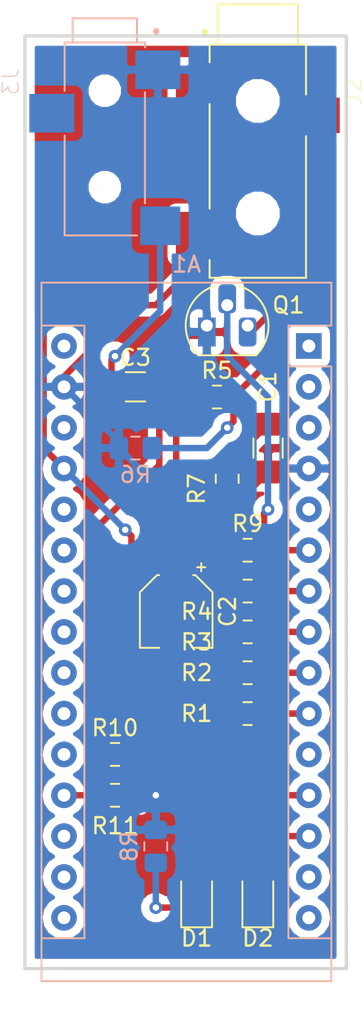
<source format=kicad_pcb>
(kicad_pcb (version 20171130) (host pcbnew 5.0.1)

  (general
    (thickness 1.6)
    (drawings 4)
    (tracks 92)
    (zones 0)
    (modules 20)
    (nets 37)
  )

  (page A4)
  (layers
    (0 F.Cu signal)
    (31 B.Cu signal)
    (32 B.Adhes user)
    (33 F.Adhes user)
    (34 B.Paste user)
    (35 F.Paste user)
    (36 B.SilkS user)
    (37 F.SilkS user)
    (38 B.Mask user)
    (39 F.Mask user)
    (40 Dwgs.User user)
    (41 Cmts.User user)
    (42 Eco1.User user)
    (43 Eco2.User user)
    (44 Edge.Cuts user)
    (45 Margin user)
    (46 B.CrtYd user)
    (47 F.CrtYd user)
    (48 B.Fab user hide)
    (49 F.Fab user hide)
  )

  (setup
    (last_trace_width 0.4)
    (trace_clearance 0.2)
    (zone_clearance 0.508)
    (zone_45_only no)
    (trace_min 0.2)
    (segment_width 0.2)
    (edge_width 0.2)
    (via_size 0.8)
    (via_drill 0.4)
    (via_min_size 0.4)
    (via_min_drill 0.3)
    (uvia_size 0.3)
    (uvia_drill 0.1)
    (uvias_allowed no)
    (uvia_min_size 0.2)
    (uvia_min_drill 0.1)
    (pcb_text_width 0.3)
    (pcb_text_size 1.5 1.5)
    (mod_edge_width 0.15)
    (mod_text_size 1 1)
    (mod_text_width 0.15)
    (pad_size 1.524 1.524)
    (pad_drill 0.762)
    (pad_to_mask_clearance 0.2)
    (solder_mask_min_width 0.25)
    (aux_axis_origin 0 0)
    (visible_elements FFFFEFFF)
    (pcbplotparams
      (layerselection 0x010fc_ffffffff)
      (usegerberextensions false)
      (usegerberattributes true)
      (usegerberadvancedattributes false)
      (creategerberjobfile false)
      (excludeedgelayer true)
      (linewidth 0.100000)
      (plotframeref false)
      (viasonmask false)
      (mode 1)
      (useauxorigin true)
      (hpglpennumber 1)
      (hpglpenspeed 20)
      (hpglpendiameter 15.000000)
      (psnegative false)
      (psa4output false)
      (plotreference true)
      (plotvalue true)
      (plotinvisibletext false)
      (padsonsilk false)
      (subtractmaskfromsilk false)
      (outputformat 1)
      (mirror false)
      (drillshape 0)
      (scaleselection 1)
      (outputdirectory "plot/"))
  )

  (net 0 "")
  (net 1 "Net-(A1-Pad1)")
  (net 2 "Net-(A1-Pad17)")
  (net 3 "Net-(A1-Pad2)")
  (net 4 "Net-(A1-Pad18)")
  (net 5 "Net-(A1-Pad3)")
  (net 6 "Net-(A1-Pad20)")
  (net 7 "Net-(A1-Pad5)")
  (net 8 "Net-(A1-Pad21)")
  (net 9 "Net-(A1-Pad22)")
  (net 10 "Net-(A1-Pad23)")
  (net 11 "Net-(A1-Pad24)")
  (net 12 "Net-(A1-Pad25)")
  (net 13 "Net-(A1-Pad26)")
  (net 14 "Net-(A1-Pad11)")
  (net 15 "Net-(A1-Pad28)")
  (net 16 "Net-(A1-Pad14)")
  (net 17 "Net-(A1-Pad30)")
  (net 18 "Net-(A1-Pad15)")
  (net 19 "Net-(A1-Pad16)")
  (net 20 /A0)
  (net 21 /D4)
  (net 22 /D5)
  (net 23 /D6)
  (net 24 /D7)
  (net 25 /5V)
  (net 26 /D9)
  (net 27 /D10)
  (net 28 GND)
  (net 29 "Net-(C1-Pad1)")
  (net 30 /LINE_LEVEL_OUT)
  (net 31 /LINE_LEVEL_IN)
  (net 32 "Net-(D1-Pad1)")
  (net 33 /MIC_LEVEL_OUT)
  (net 34 /PTT_V+)
  (net 35 /D3)
  (net 36 "Net-(J3-Pad3)")

  (net_class Default "Dies ist die voreingestellte Netzklasse."
    (clearance 0.2)
    (trace_width 0.4)
    (via_dia 0.8)
    (via_drill 0.4)
    (uvia_dia 0.3)
    (uvia_drill 0.1)
    (add_net /5V)
    (add_net /A0)
    (add_net /D10)
    (add_net /D3)
    (add_net /D4)
    (add_net /D5)
    (add_net /D6)
    (add_net /D7)
    (add_net /D9)
    (add_net /LINE_LEVEL_IN)
    (add_net /LINE_LEVEL_OUT)
    (add_net /MIC_LEVEL_OUT)
    (add_net /PTT_V+)
    (add_net GND)
    (add_net "Net-(A1-Pad1)")
    (add_net "Net-(A1-Pad11)")
    (add_net "Net-(A1-Pad14)")
    (add_net "Net-(A1-Pad15)")
    (add_net "Net-(A1-Pad16)")
    (add_net "Net-(A1-Pad17)")
    (add_net "Net-(A1-Pad18)")
    (add_net "Net-(A1-Pad2)")
    (add_net "Net-(A1-Pad20)")
    (add_net "Net-(A1-Pad21)")
    (add_net "Net-(A1-Pad22)")
    (add_net "Net-(A1-Pad23)")
    (add_net "Net-(A1-Pad24)")
    (add_net "Net-(A1-Pad25)")
    (add_net "Net-(A1-Pad26)")
    (add_net "Net-(A1-Pad28)")
    (add_net "Net-(A1-Pad3)")
    (add_net "Net-(A1-Pad30)")
    (add_net "Net-(A1-Pad5)")
    (add_net "Net-(C1-Pad1)")
    (add_net "Net-(D1-Pad1)")
    (add_net "Net-(J3-Pad3)")
  )

  (module Module:Arduino_Nano (layer B.Cu) (tedit 58ACAF70) (tstamp 5B8E036F)
    (at 153.67 81.28 180)
    (descr "Arduino Nano, http://www.mouser.com/pdfdocs/Gravitech_Arduino_Nano3_0.pdf")
    (tags "Arduino Nano")
    (path /5B81A27D)
    (fp_text reference A1 (at 7.62 5.08 180) (layer B.SilkS)
      (effects (font (size 1 1) (thickness 0.15)) (justify mirror))
    )
    (fp_text value Arduino_Nano_v3.x (at 8.89 -19.05 90) (layer B.Fab)
      (effects (font (size 1 1) (thickness 0.15)) (justify mirror))
    )
    (fp_text user %R (at 6.35 -19.05 90) (layer B.Fab)
      (effects (font (size 1 1) (thickness 0.15)) (justify mirror))
    )
    (fp_line (start 1.27 -1.27) (end 1.27 1.27) (layer B.SilkS) (width 0.12))
    (fp_line (start 1.27 1.27) (end -1.4 1.27) (layer B.SilkS) (width 0.12))
    (fp_line (start -1.4 -1.27) (end -1.4 -39.5) (layer B.SilkS) (width 0.12))
    (fp_line (start -1.4 3.94) (end -1.4 1.27) (layer B.SilkS) (width 0.12))
    (fp_line (start 13.97 1.27) (end 16.64 1.27) (layer B.SilkS) (width 0.12))
    (fp_line (start 13.97 1.27) (end 13.97 -36.83) (layer B.SilkS) (width 0.12))
    (fp_line (start 13.97 -36.83) (end 16.64 -36.83) (layer B.SilkS) (width 0.12))
    (fp_line (start 1.27 -1.27) (end -1.4 -1.27) (layer B.SilkS) (width 0.12))
    (fp_line (start 1.27 -1.27) (end 1.27 -36.83) (layer B.SilkS) (width 0.12))
    (fp_line (start 1.27 -36.83) (end -1.4 -36.83) (layer B.SilkS) (width 0.12))
    (fp_line (start 3.81 -31.75) (end 11.43 -31.75) (layer B.Fab) (width 0.1))
    (fp_line (start 11.43 -31.75) (end 11.43 -41.91) (layer B.Fab) (width 0.1))
    (fp_line (start 11.43 -41.91) (end 3.81 -41.91) (layer B.Fab) (width 0.1))
    (fp_line (start 3.81 -41.91) (end 3.81 -31.75) (layer B.Fab) (width 0.1))
    (fp_line (start -1.4 -39.5) (end 16.64 -39.5) (layer B.SilkS) (width 0.12))
    (fp_line (start 16.64 -39.5) (end 16.64 3.94) (layer B.SilkS) (width 0.12))
    (fp_line (start 16.64 3.94) (end -1.4 3.94) (layer B.SilkS) (width 0.12))
    (fp_line (start 16.51 -39.37) (end -1.27 -39.37) (layer B.Fab) (width 0.1))
    (fp_line (start -1.27 -39.37) (end -1.27 2.54) (layer B.Fab) (width 0.1))
    (fp_line (start -1.27 2.54) (end 0 3.81) (layer B.Fab) (width 0.1))
    (fp_line (start 0 3.81) (end 16.51 3.81) (layer B.Fab) (width 0.1))
    (fp_line (start 16.51 3.81) (end 16.51 -39.37) (layer B.Fab) (width 0.1))
    (fp_line (start -1.53 4.06) (end 16.75 4.06) (layer B.CrtYd) (width 0.05))
    (fp_line (start -1.53 4.06) (end -1.53 -42.16) (layer B.CrtYd) (width 0.05))
    (fp_line (start 16.75 -42.16) (end 16.75 4.06) (layer B.CrtYd) (width 0.05))
    (fp_line (start 16.75 -42.16) (end -1.53 -42.16) (layer B.CrtYd) (width 0.05))
    (pad 1 thru_hole rect (at 0 0 180) (size 1.6 1.6) (drill 0.8) (layers *.Cu *.Mask)
      (net 1 "Net-(A1-Pad1)"))
    (pad 17 thru_hole oval (at 15.24 -33.02 180) (size 1.6 1.6) (drill 0.8) (layers *.Cu *.Mask)
      (net 2 "Net-(A1-Pad17)"))
    (pad 2 thru_hole oval (at 0 -2.54 180) (size 1.6 1.6) (drill 0.8) (layers *.Cu *.Mask)
      (net 3 "Net-(A1-Pad2)"))
    (pad 18 thru_hole oval (at 15.24 -30.48 180) (size 1.6 1.6) (drill 0.8) (layers *.Cu *.Mask)
      (net 4 "Net-(A1-Pad18)"))
    (pad 3 thru_hole oval (at 0 -5.08 180) (size 1.6 1.6) (drill 0.8) (layers *.Cu *.Mask)
      (net 5 "Net-(A1-Pad3)"))
    (pad 19 thru_hole oval (at 15.24 -27.94 180) (size 1.6 1.6) (drill 0.8) (layers *.Cu *.Mask)
      (net 20 /A0))
    (pad 4 thru_hole oval (at 0 -7.62 180) (size 1.6 1.6) (drill 0.8) (layers *.Cu *.Mask)
      (net 28 GND))
    (pad 20 thru_hole oval (at 15.24 -25.4 180) (size 1.6 1.6) (drill 0.8) (layers *.Cu *.Mask)
      (net 6 "Net-(A1-Pad20)"))
    (pad 5 thru_hole oval (at 0 -10.16 180) (size 1.6 1.6) (drill 0.8) (layers *.Cu *.Mask)
      (net 7 "Net-(A1-Pad5)"))
    (pad 21 thru_hole oval (at 15.24 -22.86 180) (size 1.6 1.6) (drill 0.8) (layers *.Cu *.Mask)
      (net 8 "Net-(A1-Pad21)"))
    (pad 6 thru_hole oval (at 0 -12.7 180) (size 1.6 1.6) (drill 0.8) (layers *.Cu *.Mask)
      (net 35 /D3))
    (pad 22 thru_hole oval (at 15.24 -20.32 180) (size 1.6 1.6) (drill 0.8) (layers *.Cu *.Mask)
      (net 9 "Net-(A1-Pad22)"))
    (pad 7 thru_hole oval (at 0 -15.24 180) (size 1.6 1.6) (drill 0.8) (layers *.Cu *.Mask)
      (net 21 /D4))
    (pad 23 thru_hole oval (at 15.24 -17.78 180) (size 1.6 1.6) (drill 0.8) (layers *.Cu *.Mask)
      (net 10 "Net-(A1-Pad23)"))
    (pad 8 thru_hole oval (at 0 -17.78 180) (size 1.6 1.6) (drill 0.8) (layers *.Cu *.Mask)
      (net 22 /D5))
    (pad 24 thru_hole oval (at 15.24 -15.24 180) (size 1.6 1.6) (drill 0.8) (layers *.Cu *.Mask)
      (net 11 "Net-(A1-Pad24)"))
    (pad 9 thru_hole oval (at 0 -20.32 180) (size 1.6 1.6) (drill 0.8) (layers *.Cu *.Mask)
      (net 23 /D6))
    (pad 25 thru_hole oval (at 15.24 -12.7 180) (size 1.6 1.6) (drill 0.8) (layers *.Cu *.Mask)
      (net 12 "Net-(A1-Pad25)"))
    (pad 10 thru_hole oval (at 0 -22.86 180) (size 1.6 1.6) (drill 0.8) (layers *.Cu *.Mask)
      (net 24 /D7))
    (pad 26 thru_hole oval (at 15.24 -10.16 180) (size 1.6 1.6) (drill 0.8) (layers *.Cu *.Mask)
      (net 13 "Net-(A1-Pad26)"))
    (pad 11 thru_hole oval (at 0 -25.4 180) (size 1.6 1.6) (drill 0.8) (layers *.Cu *.Mask)
      (net 14 "Net-(A1-Pad11)"))
    (pad 27 thru_hole oval (at 15.24 -7.62 180) (size 1.6 1.6) (drill 0.8) (layers *.Cu *.Mask)
      (net 25 /5V))
    (pad 12 thru_hole oval (at 0 -27.94 180) (size 1.6 1.6) (drill 0.8) (layers *.Cu *.Mask)
      (net 26 /D9))
    (pad 28 thru_hole oval (at 15.24 -5.08 180) (size 1.6 1.6) (drill 0.8) (layers *.Cu *.Mask)
      (net 15 "Net-(A1-Pad28)"))
    (pad 13 thru_hole oval (at 0 -30.48 180) (size 1.6 1.6) (drill 0.8) (layers *.Cu *.Mask)
      (net 27 /D10))
    (pad 29 thru_hole oval (at 15.24 -2.54 180) (size 1.6 1.6) (drill 0.8) (layers *.Cu *.Mask)
      (net 28 GND))
    (pad 14 thru_hole oval (at 0 -33.02 180) (size 1.6 1.6) (drill 0.8) (layers *.Cu *.Mask)
      (net 16 "Net-(A1-Pad14)"))
    (pad 30 thru_hole oval (at 15.24 0 180) (size 1.6 1.6) (drill 0.8) (layers *.Cu *.Mask)
      (net 17 "Net-(A1-Pad30)"))
    (pad 15 thru_hole oval (at 0 -35.56 180) (size 1.6 1.6) (drill 0.8) (layers *.Cu *.Mask)
      (net 18 "Net-(A1-Pad15)"))
    (pad 16 thru_hole oval (at 15.24 -35.56 180) (size 1.6 1.6) (drill 0.8) (layers *.Cu *.Mask)
      (net 19 "Net-(A1-Pad16)"))
    (model ${KISYS3DMOD}/Module.3dshapes/Arduino_Nano_WithMountingHoles.wrl
      (at (xyz 0 0 0))
      (scale (xyz 1 1 1))
      (rotate (xyz 0 0 0))
    )
  )

  (module SJ-3523-SMT-TR:CUI_SJ-3523-SMT-TR (layer F.Cu) (tedit 5C2A8EFD) (tstamp 5BBF3117)
    (at 150.495 66.04 270)
    (path /5BA6AA8E)
    (attr smd)
    (fp_text reference J2 (at -0.561848 -5.95457 270) (layer F.SilkS)
      (effects (font (size 1.00329 1.00329) (thickness 0.05)))
    )
    (fp_text value SJ-3523-SMT-TR (at -0.025075 5.98653 270) (layer F.SilkS) hide
      (effects (font (size 1.00361 1.00361) (thickness 0.05)))
    )
    (fp_line (start -3.75 2.75) (end -3.75 5.35) (layer Eco1.User) (width 0.05))
    (fp_line (start -6.25 2.75) (end -3.75 2.75) (layer Eco1.User) (width 0.05))
    (fp_line (start -6.25 -2.75) (end -6.25 2.75) (layer Eco1.User) (width 0.05))
    (fp_line (start -3.75 -2.75) (end -6.25 -2.75) (layer Eco1.User) (width 0.05))
    (fp_line (start -3.75 -5.35) (end -3.75 -2.75) (layer Eco1.User) (width 0.05))
    (fp_line (start -6 2.5) (end -3.5 2.5) (layer Dwgs.User) (width 0.127))
    (fp_line (start -6 -2.5) (end -6 2.5) (layer Dwgs.User) (width 0.127))
    (fp_line (start -3.5 -2.5) (end -6 -2.5) (layer Dwgs.User) (width 0.127))
    (fp_line (start -6 2.5) (end -3.5 2.5) (layer F.SilkS) (width 0.127))
    (fp_line (start -6 -2.5) (end -6 2.5) (layer F.SilkS) (width 0.127))
    (fp_line (start -3.5 -2.5) (end -6 -2.5) (layer F.SilkS) (width 0.127))
    (fp_line (start 9.9 3) (end 11 3) (layer F.SilkS) (width 0.127))
    (fp_circle (center -4.3 3.3) (end -4.2 3.3) (layer Dwgs.User) (width 0.2))
    (fp_circle (center -4.3 3.3) (end -4.2 3.3) (layer F.SilkS) (width 0.2))
    (fp_line (start 11.25 5.35) (end -3.75 5.35) (layer Eco1.User) (width 0.05))
    (fp_line (start 11.25 -5.35) (end 11.25 5.35) (layer Eco1.User) (width 0.05))
    (fp_line (start -3.75 -5.35) (end 11.25 -5.35) (layer Eco1.User) (width 0.05))
    (fp_line (start 0.2 3) (end 6.7 3) (layer F.SilkS) (width 0.127))
    (fp_line (start -3.5 3) (end -2.4 3) (layer F.SilkS) (width 0.127))
    (fp_line (start 11 -3) (end 11 3) (layer F.SilkS) (width 0.127))
    (fp_line (start 2.2 -3) (end 11 -3) (layer F.SilkS) (width 0.127))
    (fp_line (start -3.5 -3) (end -0.4 -3) (layer F.SilkS) (width 0.127))
    (fp_line (start 11 3) (end -3.5 3) (layer Dwgs.User) (width 0.127))
    (fp_line (start 11 -3) (end 11 3) (layer Dwgs.User) (width 0.127))
    (fp_line (start -3.5 -3) (end 11 -3) (layer Dwgs.User) (width 0.127))
    (fp_line (start -3.5 3) (end -3.5 -3) (layer Dwgs.User) (width 0.127))
    (fp_line (start -3.5 -2.5) (end -3.5 -3) (layer F.SilkS) (width 0.127))
    (fp_line (start -3.5 2.5) (end -3.5 -2.5) (layer F.SilkS) (width 0.127))
    (fp_line (start -3.5 3) (end -3.5 2.5) (layer F.SilkS) (width 0.127))
    (pad Hole np_thru_hole circle (at 7 0 270) (size 1.7 1.7) (drill 1.7) (layers *.Cu *.Mask F.SilkS))
    (pad 2 smd rect (at 8.3 3.7 270) (size 2.8 2.8) (layers F.Cu F.Paste F.Mask)
      (net 25 /5V))
    (pad 1 smd rect (at -1.1 3.7 270) (size 2.2 2.8) (layers F.Cu F.Paste F.Mask)
      (net 34 /PTT_V+))
    (pad 3 smd rect (at 0.9 -3.7 270) (size 2.2 2.8) (layers F.Cu F.Paste F.Mask)
      (net 33 /MIC_LEVEL_OUT))
    (pad Hole np_thru_hole circle (at 0 0 270) (size 1.7 1.7) (drill 1.7) (layers *.Cu *.Mask F.SilkS))
  )

  (module SJ-2523-SMT:CUI_SJ-2523-SMT (layer B.Cu) (tedit 5C145DB5) (tstamp 5BB2E329)
    (at 140.97 65.405 270)
    (path /5BA6B594)
    (attr smd)
    (fp_text reference J3 (at -0.561315 5.84858 270) (layer B.SilkS)
      (effects (font (size 1.00233 1.00233) (thickness 0.05)) (justify mirror))
    )
    (fp_text value SJ-2523-SMT (at -0.025072 -5.78032 270) (layer B.SilkS) hide
      (effects (font (size 1.00266 1.00266) (thickness 0.05)) (justify mirror))
    )
    (fp_line (start -3 -2.5) (end -3 -2) (layer B.SilkS) (width 0.127))
    (fp_line (start -3 -2) (end -3 2) (layer B.SilkS) (width 0.127))
    (fp_line (start -3 2) (end -3 2.5) (layer B.SilkS) (width 0.127))
    (fp_line (start -3 -2.5) (end -3 2.5) (layer Dwgs.User) (width 0.127))
    (fp_line (start -3 2.5) (end 9 2.5) (layer Dwgs.User) (width 0.127))
    (fp_line (start 9 2.5) (end 9 -2.5) (layer Dwgs.User) (width 0.127))
    (fp_line (start 9 -2.5) (end -3 -2.5) (layer Dwgs.User) (width 0.127))
    (fp_line (start -3 2.5) (end 0 2.5) (layer B.SilkS) (width 0.127))
    (fp_line (start 2.8 2.5) (end 9 2.5) (layer B.SilkS) (width 0.127))
    (fp_line (start 9 2.5) (end 9 -2) (layer B.SilkS) (width 0.127))
    (fp_line (start -3 -2.5) (end -2.7 -2.5) (layer B.SilkS) (width 0.127))
    (fp_line (start 0.1 -2.5) (end 7 -2.5) (layer B.SilkS) (width 0.127))
    (fp_line (start 9.85 2.75) (end 9.85 -4.95) (layer Eco1.User) (width 0.05))
    (fp_line (start 9.85 -4.95) (end -3.25 -4.95) (layer Eco1.User) (width 0.05))
    (fp_circle (center -3.7 -3.2) (end -3.6 -3.2) (layer B.SilkS) (width 0.2))
    (fp_circle (center -3.7 -3.2) (end -3.6 -3.2) (layer Dwgs.User) (width 0.2))
    (fp_line (start -3 2) (end -4.5 2) (layer B.SilkS) (width 0.127))
    (fp_line (start -4.5 2) (end -4.5 -2) (layer B.SilkS) (width 0.127))
    (fp_line (start -4.5 -2) (end -3 -2) (layer B.SilkS) (width 0.127))
    (fp_line (start -3 2) (end -4.5 2) (layer Dwgs.User) (width 0.127))
    (fp_line (start -4.5 2) (end -4.5 -2) (layer Dwgs.User) (width 0.127))
    (fp_line (start -4.5 -2) (end -3 -2) (layer Dwgs.User) (width 0.127))
    (fp_line (start -3.25 2.75) (end -3.25 2.25) (layer Eco1.User) (width 0.05))
    (fp_line (start -3.25 2.25) (end -4.75 2.25) (layer Eco1.User) (width 0.05))
    (fp_line (start -4.75 2.25) (end -4.75 -2.25) (layer Eco1.User) (width 0.05))
    (fp_line (start -4.75 -2.25) (end -3.25 -2.25) (layer Eco1.User) (width 0.05))
    (fp_line (start -3.25 -2.25) (end -3.25 -4.95) (layer Eco1.User) (width 0.05))
    (fp_line (start -3.25 2.75) (end -0.05 2.75) (layer Eco1.User) (width 0.05))
    (fp_line (start -0.05 2.75) (end -0.05 4.95) (layer Eco1.User) (width 0.05))
    (fp_line (start -0.05 4.95) (end 2.85 4.95) (layer Eco1.User) (width 0.05))
    (fp_line (start 2.85 4.95) (end 2.85 2.75) (layer Eco1.User) (width 0.05))
    (fp_line (start 2.85 2.75) (end 9.85 2.75) (layer Eco1.User) (width 0.05))
    (pad Hole np_thru_hole circle (at 0 0 270) (size 1 1) (drill 1) (layers *.Cu *.Mask B.SilkS))
    (pad 3 smd rect (at 1.4 3.3 270) (size 2.4 2.8) (layers B.Cu B.Paste B.Mask)
      (net 36 "Net-(J3-Pad3)"))
    (pad 1 smd rect (at -1.3 -3.3 270) (size 2.4 2.8) (layers B.Cu B.Paste B.Mask)
      (net 28 GND))
    (pad 2 smd rect (at 8.4 -3.45 270) (size 2.4 2.5) (layers B.Cu B.Paste B.Mask)
      (net 31 /LINE_LEVEL_IN))
    (pad Hole np_thru_hole circle (at 6 0 270) (size 1 1) (drill 1) (layers *.Cu *.Mask B.SilkS))
  )

  (module Capacitor_SMD:C_1206_3216Metric_Pad1.42x1.75mm_HandSolder (layer F.Cu) (tedit 5C145D5B) (tstamp 5BD6CE74)
    (at 151.13 87.63 270)
    (descr "Capacitor SMD 1206 (3216 Metric), square (rectangular) end terminal, IPC_7351 nominal with elongated pad for handsoldering. (Body size source: http://www.tortai-tech.com/upload/download/2011102023233369053.pdf), generated with kicad-footprint-generator")
    (tags "capacitor handsolder")
    (path /5B81E3BE)
    (attr smd)
    (fp_text reference C1 (at -3.81 0 270) (layer F.SilkS)
      (effects (font (size 1 1) (thickness 0.15)))
    )
    (fp_text value 100nF (at 0 1.82 270) (layer F.Fab)
      (effects (font (size 1 1) (thickness 0.15)))
    )
    (fp_line (start -1.6 0.8) (end -1.6 -0.8) (layer F.Fab) (width 0.1))
    (fp_line (start -1.6 -0.8) (end 1.6 -0.8) (layer F.Fab) (width 0.1))
    (fp_line (start 1.6 -0.8) (end 1.6 0.8) (layer F.Fab) (width 0.1))
    (fp_line (start 1.6 0.8) (end -1.6 0.8) (layer F.Fab) (width 0.1))
    (fp_line (start -0.602064 -0.91) (end 0.602064 -0.91) (layer F.SilkS) (width 0.12))
    (fp_line (start -0.602064 0.91) (end 0.602064 0.91) (layer F.SilkS) (width 0.12))
    (fp_line (start -2.45 1.12) (end -2.45 -1.12) (layer F.CrtYd) (width 0.05))
    (fp_line (start -2.45 -1.12) (end 2.45 -1.12) (layer F.CrtYd) (width 0.05))
    (fp_line (start 2.45 -1.12) (end 2.45 1.12) (layer F.CrtYd) (width 0.05))
    (fp_line (start 2.45 1.12) (end -2.45 1.12) (layer F.CrtYd) (width 0.05))
    (fp_text user %R (at 0 0 270) (layer F.Fab)
      (effects (font (size 0.8 0.8) (thickness 0.12)))
    )
    (pad 1 smd roundrect (at -1.4875 0 270) (size 1.425 1.75) (layers F.Cu F.Paste F.Mask) (roundrect_rratio 0.175439)
      (net 29 "Net-(C1-Pad1)"))
    (pad 2 smd roundrect (at 1.4875 0 270) (size 1.425 1.75) (layers F.Cu F.Paste F.Mask) (roundrect_rratio 0.175439)
      (net 28 GND))
    (model ${KISYS3DMOD}/Capacitor_SMD.3dshapes/C_1206_3216Metric.wrl
      (at (xyz 0 0 0))
      (scale (xyz 1 1 1))
      (rotate (xyz 0 0 0))
    )
  )

  (module Capacitor_SMD:C_1206_3216Metric_Pad1.42x1.75mm_HandSolder (layer F.Cu) (tedit 5B301BBE) (tstamp 5BD6CEF0)
    (at 142.875 83.82)
    (descr "Capacitor SMD 1206 (3216 Metric), square (rectangular) end terminal, IPC_7351 nominal with elongated pad for handsoldering. (Body size source: http://www.tortai-tech.com/upload/download/2011102023233369053.pdf), generated with kicad-footprint-generator")
    (tags "capacitor handsolder")
    (path /5B834F87)
    (attr smd)
    (fp_text reference C3 (at 0 -1.82) (layer F.SilkS)
      (effects (font (size 1 1) (thickness 0.15)))
    )
    (fp_text value 1uF (at 0 1.82) (layer F.Fab)
      (effects (font (size 1 1) (thickness 0.15)))
    )
    (fp_text user %R (at 0 0) (layer F.Fab)
      (effects (font (size 0.8 0.8) (thickness 0.12)))
    )
    (fp_line (start 2.45 1.12) (end -2.45 1.12) (layer F.CrtYd) (width 0.05))
    (fp_line (start 2.45 -1.12) (end 2.45 1.12) (layer F.CrtYd) (width 0.05))
    (fp_line (start -2.45 -1.12) (end 2.45 -1.12) (layer F.CrtYd) (width 0.05))
    (fp_line (start -2.45 1.12) (end -2.45 -1.12) (layer F.CrtYd) (width 0.05))
    (fp_line (start -0.602064 0.91) (end 0.602064 0.91) (layer F.SilkS) (width 0.12))
    (fp_line (start -0.602064 -0.91) (end 0.602064 -0.91) (layer F.SilkS) (width 0.12))
    (fp_line (start 1.6 0.8) (end -1.6 0.8) (layer F.Fab) (width 0.1))
    (fp_line (start 1.6 -0.8) (end 1.6 0.8) (layer F.Fab) (width 0.1))
    (fp_line (start -1.6 -0.8) (end 1.6 -0.8) (layer F.Fab) (width 0.1))
    (fp_line (start -1.6 0.8) (end -1.6 -0.8) (layer F.Fab) (width 0.1))
    (pad 2 smd roundrect (at 1.4875 0) (size 1.425 1.75) (layers F.Cu F.Paste F.Mask) (roundrect_rratio 0.175439)
      (net 20 /A0))
    (pad 1 smd roundrect (at -1.4875 0) (size 1.425 1.75) (layers F.Cu F.Paste F.Mask) (roundrect_rratio 0.175439)
      (net 31 /LINE_LEVEL_IN))
    (model ${KISYS3DMOD}/Capacitor_SMD.3dshapes/C_1206_3216Metric.wrl
      (at (xyz 0 0 0))
      (scale (xyz 1 1 1))
      (rotate (xyz 0 0 0))
    )
  )

  (module Resistor_SMD:R_0805_2012Metric_Pad1.15x1.40mm_HandSolder (layer F.Cu) (tedit 5C145D32) (tstamp 5BD6CF13)
    (at 149.86 104.14)
    (descr "Resistor SMD 0805 (2012 Metric), square (rectangular) end terminal, IPC_7351 nominal with elongated pad for handsoldering. (Body size source: https://docs.google.com/spreadsheets/d/1BsfQQcO9C6DZCsRaXUlFlo91Tg2WpOkGARC1WS5S8t0/edit?usp=sharing), generated with kicad-footprint-generator")
    (tags "resistor handsolder")
    (path /5B81C1C3)
    (attr smd)
    (fp_text reference R1 (at -3.175 0) (layer F.SilkS)
      (effects (font (size 1 1) (thickness 0.15)))
    )
    (fp_text value 1K (at 0 1.65) (layer F.Fab)
      (effects (font (size 1 1) (thickness 0.15)))
    )
    (fp_line (start -1 0.6) (end -1 -0.6) (layer F.Fab) (width 0.1))
    (fp_line (start -1 -0.6) (end 1 -0.6) (layer F.Fab) (width 0.1))
    (fp_line (start 1 -0.6) (end 1 0.6) (layer F.Fab) (width 0.1))
    (fp_line (start 1 0.6) (end -1 0.6) (layer F.Fab) (width 0.1))
    (fp_line (start -0.261252 -0.71) (end 0.261252 -0.71) (layer F.SilkS) (width 0.12))
    (fp_line (start -0.261252 0.71) (end 0.261252 0.71) (layer F.SilkS) (width 0.12))
    (fp_line (start -1.85 0.95) (end -1.85 -0.95) (layer F.CrtYd) (width 0.05))
    (fp_line (start -1.85 -0.95) (end 1.85 -0.95) (layer F.CrtYd) (width 0.05))
    (fp_line (start 1.85 -0.95) (end 1.85 0.95) (layer F.CrtYd) (width 0.05))
    (fp_line (start 1.85 0.95) (end -1.85 0.95) (layer F.CrtYd) (width 0.05))
    (fp_text user %R (at 0 0) (layer F.Fab)
      (effects (font (size 0.5 0.5) (thickness 0.08)))
    )
    (pad 1 smd roundrect (at -1.025 0) (size 1.15 1.4) (layers F.Cu F.Paste F.Mask) (roundrect_rratio 0.217391)
      (net 29 "Net-(C1-Pad1)"))
    (pad 2 smd roundrect (at 1.025 0) (size 1.15 1.4) (layers F.Cu F.Paste F.Mask) (roundrect_rratio 0.217391)
      (net 24 /D7))
    (model ${KISYS3DMOD}/Resistor_SMD.3dshapes/R_0805_2012Metric.wrl
      (at (xyz 0 0 0))
      (scale (xyz 1 1 1))
      (rotate (xyz 0 0 0))
    )
  )

  (module Resistor_SMD:R_0805_2012Metric_Pad1.15x1.40mm_HandSolder (layer F.Cu) (tedit 5C145D2F) (tstamp 5BD6CF24)
    (at 149.86 101.6)
    (descr "Resistor SMD 0805 (2012 Metric), square (rectangular) end terminal, IPC_7351 nominal with elongated pad for handsoldering. (Body size source: https://docs.google.com/spreadsheets/d/1BsfQQcO9C6DZCsRaXUlFlo91Tg2WpOkGARC1WS5S8t0/edit?usp=sharing), generated with kicad-footprint-generator")
    (tags "resistor handsolder")
    (path /5B81C226)
    (attr smd)
    (fp_text reference R2 (at -3.175 0) (layer F.SilkS)
      (effects (font (size 1 1) (thickness 0.15)))
    )
    (fp_text value 2K2 (at 0 1.65) (layer F.Fab)
      (effects (font (size 1 1) (thickness 0.15)))
    )
    (fp_text user %R (at 0 0) (layer F.Fab)
      (effects (font (size 0.5 0.5) (thickness 0.08)))
    )
    (fp_line (start 1.85 0.95) (end -1.85 0.95) (layer F.CrtYd) (width 0.05))
    (fp_line (start 1.85 -0.95) (end 1.85 0.95) (layer F.CrtYd) (width 0.05))
    (fp_line (start -1.85 -0.95) (end 1.85 -0.95) (layer F.CrtYd) (width 0.05))
    (fp_line (start -1.85 0.95) (end -1.85 -0.95) (layer F.CrtYd) (width 0.05))
    (fp_line (start -0.261252 0.71) (end 0.261252 0.71) (layer F.SilkS) (width 0.12))
    (fp_line (start -0.261252 -0.71) (end 0.261252 -0.71) (layer F.SilkS) (width 0.12))
    (fp_line (start 1 0.6) (end -1 0.6) (layer F.Fab) (width 0.1))
    (fp_line (start 1 -0.6) (end 1 0.6) (layer F.Fab) (width 0.1))
    (fp_line (start -1 -0.6) (end 1 -0.6) (layer F.Fab) (width 0.1))
    (fp_line (start -1 0.6) (end -1 -0.6) (layer F.Fab) (width 0.1))
    (pad 2 smd roundrect (at 1.025 0) (size 1.15 1.4) (layers F.Cu F.Paste F.Mask) (roundrect_rratio 0.217391)
      (net 23 /D6))
    (pad 1 smd roundrect (at -1.025 0) (size 1.15 1.4) (layers F.Cu F.Paste F.Mask) (roundrect_rratio 0.217391)
      (net 29 "Net-(C1-Pad1)"))
    (model ${KISYS3DMOD}/Resistor_SMD.3dshapes/R_0805_2012Metric.wrl
      (at (xyz 0 0 0))
      (scale (xyz 1 1 1))
      (rotate (xyz 0 0 0))
    )
  )

  (module Resistor_SMD:R_0805_2012Metric_Pad1.15x1.40mm_HandSolder (layer F.Cu) (tedit 5C145D4A) (tstamp 5BD6CF35)
    (at 149.86 99.06)
    (descr "Resistor SMD 0805 (2012 Metric), square (rectangular) end terminal, IPC_7351 nominal with elongated pad for handsoldering. (Body size source: https://docs.google.com/spreadsheets/d/1BsfQQcO9C6DZCsRaXUlFlo91Tg2WpOkGARC1WS5S8t0/edit?usp=sharing), generated with kicad-footprint-generator")
    (tags "resistor handsolder")
    (path /5B81C275)
    (attr smd)
    (fp_text reference R3 (at -3.175 0.635) (layer F.SilkS)
      (effects (font (size 1 1) (thickness 0.15)))
    )
    (fp_text value 3K9 (at 0 1.65) (layer F.Fab)
      (effects (font (size 1 1) (thickness 0.15)))
    )
    (fp_line (start -1 0.6) (end -1 -0.6) (layer F.Fab) (width 0.1))
    (fp_line (start -1 -0.6) (end 1 -0.6) (layer F.Fab) (width 0.1))
    (fp_line (start 1 -0.6) (end 1 0.6) (layer F.Fab) (width 0.1))
    (fp_line (start 1 0.6) (end -1 0.6) (layer F.Fab) (width 0.1))
    (fp_line (start -0.261252 -0.71) (end 0.261252 -0.71) (layer F.SilkS) (width 0.12))
    (fp_line (start -0.261252 0.71) (end 0.261252 0.71) (layer F.SilkS) (width 0.12))
    (fp_line (start -1.85 0.95) (end -1.85 -0.95) (layer F.CrtYd) (width 0.05))
    (fp_line (start -1.85 -0.95) (end 1.85 -0.95) (layer F.CrtYd) (width 0.05))
    (fp_line (start 1.85 -0.95) (end 1.85 0.95) (layer F.CrtYd) (width 0.05))
    (fp_line (start 1.85 0.95) (end -1.85 0.95) (layer F.CrtYd) (width 0.05))
    (fp_text user %R (at 0 0) (layer F.Fab)
      (effects (font (size 0.5 0.5) (thickness 0.08)))
    )
    (pad 1 smd roundrect (at -1.025 0) (size 1.15 1.4) (layers F.Cu F.Paste F.Mask) (roundrect_rratio 0.217391)
      (net 29 "Net-(C1-Pad1)"))
    (pad 2 smd roundrect (at 1.025 0) (size 1.15 1.4) (layers F.Cu F.Paste F.Mask) (roundrect_rratio 0.217391)
      (net 22 /D5))
    (model ${KISYS3DMOD}/Resistor_SMD.3dshapes/R_0805_2012Metric.wrl
      (at (xyz 0 0 0))
      (scale (xyz 1 1 1))
      (rotate (xyz 0 0 0))
    )
  )

  (module Resistor_SMD:R_0805_2012Metric_Pad1.15x1.40mm_HandSolder (layer F.Cu) (tedit 5C145D47) (tstamp 5BD6CF46)
    (at 149.86 96.52)
    (descr "Resistor SMD 0805 (2012 Metric), square (rectangular) end terminal, IPC_7351 nominal with elongated pad for handsoldering. (Body size source: https://docs.google.com/spreadsheets/d/1BsfQQcO9C6DZCsRaXUlFlo91Tg2WpOkGARC1WS5S8t0/edit?usp=sharing), generated with kicad-footprint-generator")
    (tags "resistor handsolder")
    (path /5B81C2BC)
    (attr smd)
    (fp_text reference R4 (at -3.175 1.27) (layer F.SilkS)
      (effects (font (size 1 1) (thickness 0.15)))
    )
    (fp_text value 8K2 (at 0 1.65) (layer F.Fab)
      (effects (font (size 1 1) (thickness 0.15)))
    )
    (fp_text user %R (at 0 0) (layer F.Fab)
      (effects (font (size 0.5 0.5) (thickness 0.08)))
    )
    (fp_line (start 1.85 0.95) (end -1.85 0.95) (layer F.CrtYd) (width 0.05))
    (fp_line (start 1.85 -0.95) (end 1.85 0.95) (layer F.CrtYd) (width 0.05))
    (fp_line (start -1.85 -0.95) (end 1.85 -0.95) (layer F.CrtYd) (width 0.05))
    (fp_line (start -1.85 0.95) (end -1.85 -0.95) (layer F.CrtYd) (width 0.05))
    (fp_line (start -0.261252 0.71) (end 0.261252 0.71) (layer F.SilkS) (width 0.12))
    (fp_line (start -0.261252 -0.71) (end 0.261252 -0.71) (layer F.SilkS) (width 0.12))
    (fp_line (start 1 0.6) (end -1 0.6) (layer F.Fab) (width 0.1))
    (fp_line (start 1 -0.6) (end 1 0.6) (layer F.Fab) (width 0.1))
    (fp_line (start -1 -0.6) (end 1 -0.6) (layer F.Fab) (width 0.1))
    (fp_line (start -1 0.6) (end -1 -0.6) (layer F.Fab) (width 0.1))
    (pad 2 smd roundrect (at 1.025 0) (size 1.15 1.4) (layers F.Cu F.Paste F.Mask) (roundrect_rratio 0.217391)
      (net 21 /D4))
    (pad 1 smd roundrect (at -1.025 0) (size 1.15 1.4) (layers F.Cu F.Paste F.Mask) (roundrect_rratio 0.217391)
      (net 29 "Net-(C1-Pad1)"))
    (model ${KISYS3DMOD}/Resistor_SMD.3dshapes/R_0805_2012Metric.wrl
      (at (xyz 0 0 0))
      (scale (xyz 1 1 1))
      (rotate (xyz 0 0 0))
    )
  )

  (module Resistor_SMD:R_0805_2012Metric_Pad1.15x1.40mm_HandSolder (layer F.Cu) (tedit 5B36C52B) (tstamp 5BD6CF57)
    (at 147.955 84.455)
    (descr "Resistor SMD 0805 (2012 Metric), square (rectangular) end terminal, IPC_7351 nominal with elongated pad for handsoldering. (Body size source: https://docs.google.com/spreadsheets/d/1BsfQQcO9C6DZCsRaXUlFlo91Tg2WpOkGARC1WS5S8t0/edit?usp=sharing), generated with kicad-footprint-generator")
    (tags "resistor handsolder")
    (path /5B81E04E)
    (attr smd)
    (fp_text reference R5 (at 0 -1.65) (layer F.SilkS)
      (effects (font (size 1 1) (thickness 0.15)))
    )
    (fp_text value 100k (at 0 1.65) (layer F.Fab)
      (effects (font (size 1 1) (thickness 0.15)))
    )
    (fp_line (start -1 0.6) (end -1 -0.6) (layer F.Fab) (width 0.1))
    (fp_line (start -1 -0.6) (end 1 -0.6) (layer F.Fab) (width 0.1))
    (fp_line (start 1 -0.6) (end 1 0.6) (layer F.Fab) (width 0.1))
    (fp_line (start 1 0.6) (end -1 0.6) (layer F.Fab) (width 0.1))
    (fp_line (start -0.261252 -0.71) (end 0.261252 -0.71) (layer F.SilkS) (width 0.12))
    (fp_line (start -0.261252 0.71) (end 0.261252 0.71) (layer F.SilkS) (width 0.12))
    (fp_line (start -1.85 0.95) (end -1.85 -0.95) (layer F.CrtYd) (width 0.05))
    (fp_line (start -1.85 -0.95) (end 1.85 -0.95) (layer F.CrtYd) (width 0.05))
    (fp_line (start 1.85 -0.95) (end 1.85 0.95) (layer F.CrtYd) (width 0.05))
    (fp_line (start 1.85 0.95) (end -1.85 0.95) (layer F.CrtYd) (width 0.05))
    (fp_text user %R (at 0 0) (layer F.Fab)
      (effects (font (size 0.5 0.5) (thickness 0.08)))
    )
    (pad 1 smd roundrect (at -1.025 0) (size 1.15 1.4) (layers F.Cu F.Paste F.Mask) (roundrect_rratio 0.217391)
      (net 30 /LINE_LEVEL_OUT))
    (pad 2 smd roundrect (at 1.025 0) (size 1.15 1.4) (layers F.Cu F.Paste F.Mask) (roundrect_rratio 0.217391)
      (net 33 /MIC_LEVEL_OUT))
    (model ${KISYS3DMOD}/Resistor_SMD.3dshapes/R_0805_2012Metric.wrl
      (at (xyz 0 0 0))
      (scale (xyz 1 1 1))
      (rotate (xyz 0 0 0))
    )
  )

  (module Resistor_SMD:R_0805_2012Metric_Pad1.15x1.40mm_HandSolder (layer B.Cu) (tedit 5B36C52B) (tstamp 5BD6CF68)
    (at 142.875 87.63)
    (descr "Resistor SMD 0805 (2012 Metric), square (rectangular) end terminal, IPC_7351 nominal with elongated pad for handsoldering. (Body size source: https://docs.google.com/spreadsheets/d/1BsfQQcO9C6DZCsRaXUlFlo91Tg2WpOkGARC1WS5S8t0/edit?usp=sharing), generated with kicad-footprint-generator")
    (tags "resistor handsolder")
    (path /5B81E834)
    (attr smd)
    (fp_text reference R6 (at 0 1.65) (layer B.SilkS)
      (effects (font (size 1 1) (thickness 0.15)) (justify mirror))
    )
    (fp_text value 1k (at 0 -1.65) (layer B.Fab)
      (effects (font (size 1 1) (thickness 0.15)) (justify mirror))
    )
    (fp_text user %R (at 0 0) (layer B.Fab)
      (effects (font (size 0.5 0.5) (thickness 0.08)) (justify mirror))
    )
    (fp_line (start 1.85 -0.95) (end -1.85 -0.95) (layer B.CrtYd) (width 0.05))
    (fp_line (start 1.85 0.95) (end 1.85 -0.95) (layer B.CrtYd) (width 0.05))
    (fp_line (start -1.85 0.95) (end 1.85 0.95) (layer B.CrtYd) (width 0.05))
    (fp_line (start -1.85 -0.95) (end -1.85 0.95) (layer B.CrtYd) (width 0.05))
    (fp_line (start -0.261252 -0.71) (end 0.261252 -0.71) (layer B.SilkS) (width 0.12))
    (fp_line (start -0.261252 0.71) (end 0.261252 0.71) (layer B.SilkS) (width 0.12))
    (fp_line (start 1 -0.6) (end -1 -0.6) (layer B.Fab) (width 0.1))
    (fp_line (start 1 0.6) (end 1 -0.6) (layer B.Fab) (width 0.1))
    (fp_line (start -1 0.6) (end 1 0.6) (layer B.Fab) (width 0.1))
    (fp_line (start -1 -0.6) (end -1 0.6) (layer B.Fab) (width 0.1))
    (pad 2 smd roundrect (at 1.025 0) (size 1.15 1.4) (layers B.Cu B.Paste B.Mask) (roundrect_rratio 0.217391)
      (net 33 /MIC_LEVEL_OUT))
    (pad 1 smd roundrect (at -1.025 0) (size 1.15 1.4) (layers B.Cu B.Paste B.Mask) (roundrect_rratio 0.217391)
      (net 28 GND))
    (model ${KISYS3DMOD}/Resistor_SMD.3dshapes/R_0805_2012Metric.wrl
      (at (xyz 0 0 0))
      (scale (xyz 1 1 1))
      (rotate (xyz 0 0 0))
    )
  )

  (module Resistor_SMD:R_0805_2012Metric_Pad1.15x1.40mm_HandSolder (layer F.Cu) (tedit 5C145D56) (tstamp 5BD6CF79)
    (at 148.59 89.535 270)
    (descr "Resistor SMD 0805 (2012 Metric), square (rectangular) end terminal, IPC_7351 nominal with elongated pad for handsoldering. (Body size source: https://docs.google.com/spreadsheets/d/1BsfQQcO9C6DZCsRaXUlFlo91Tg2WpOkGARC1WS5S8t0/edit?usp=sharing), generated with kicad-footprint-generator")
    (tags "resistor handsolder")
    (path /5B81F1E0)
    (attr smd)
    (fp_text reference R7 (at 0.635 1.905 270) (layer F.SilkS)
      (effects (font (size 1 1) (thickness 0.15)))
    )
    (fp_text value 270 (at 0 1.65 270) (layer F.Fab)
      (effects (font (size 1 1) (thickness 0.15)))
    )
    (fp_line (start -1 0.6) (end -1 -0.6) (layer F.Fab) (width 0.1))
    (fp_line (start -1 -0.6) (end 1 -0.6) (layer F.Fab) (width 0.1))
    (fp_line (start 1 -0.6) (end 1 0.6) (layer F.Fab) (width 0.1))
    (fp_line (start 1 0.6) (end -1 0.6) (layer F.Fab) (width 0.1))
    (fp_line (start -0.261252 -0.71) (end 0.261252 -0.71) (layer F.SilkS) (width 0.12))
    (fp_line (start -0.261252 0.71) (end 0.261252 0.71) (layer F.SilkS) (width 0.12))
    (fp_line (start -1.85 0.95) (end -1.85 -0.95) (layer F.CrtYd) (width 0.05))
    (fp_line (start -1.85 -0.95) (end 1.85 -0.95) (layer F.CrtYd) (width 0.05))
    (fp_line (start 1.85 -0.95) (end 1.85 0.95) (layer F.CrtYd) (width 0.05))
    (fp_line (start 1.85 0.95) (end -1.85 0.95) (layer F.CrtYd) (width 0.05))
    (fp_text user %R (at 0 0 270) (layer F.Fab)
      (effects (font (size 0.5 0.5) (thickness 0.08)))
    )
    (pad 1 smd roundrect (at -1.025 0 270) (size 1.15 1.4) (layers F.Cu F.Paste F.Mask) (roundrect_rratio 0.217391)
      (net 29 "Net-(C1-Pad1)"))
    (pad 2 smd roundrect (at 1.025 0 270) (size 1.15 1.4) (layers F.Cu F.Paste F.Mask) (roundrect_rratio 0.217391)
      (net 28 GND))
    (model ${KISYS3DMOD}/Resistor_SMD.3dshapes/R_0805_2012Metric.wrl
      (at (xyz 0 0 0))
      (scale (xyz 1 1 1))
      (rotate (xyz 0 0 0))
    )
  )

  (module Resistor_SMD:R_0805_2012Metric_Pad1.15x1.40mm_HandSolder (layer B.Cu) (tedit 5B36C52B) (tstamp 5BD6CF8A)
    (at 144.145 112.395 270)
    (descr "Resistor SMD 0805 (2012 Metric), square (rectangular) end terminal, IPC_7351 nominal with elongated pad for handsoldering. (Body size source: https://docs.google.com/spreadsheets/d/1BsfQQcO9C6DZCsRaXUlFlo91Tg2WpOkGARC1WS5S8t0/edit?usp=sharing), generated with kicad-footprint-generator")
    (tags "resistor handsolder")
    (path /5B820C03)
    (attr smd)
    (fp_text reference R8 (at 0 1.65 270) (layer B.SilkS)
      (effects (font (size 1 1) (thickness 0.15)) (justify mirror))
    )
    (fp_text value 270 (at 0 -1.65 270) (layer B.Fab)
      (effects (font (size 1 1) (thickness 0.15)) (justify mirror))
    )
    (fp_line (start -1 -0.6) (end -1 0.6) (layer B.Fab) (width 0.1))
    (fp_line (start -1 0.6) (end 1 0.6) (layer B.Fab) (width 0.1))
    (fp_line (start 1 0.6) (end 1 -0.6) (layer B.Fab) (width 0.1))
    (fp_line (start 1 -0.6) (end -1 -0.6) (layer B.Fab) (width 0.1))
    (fp_line (start -0.261252 0.71) (end 0.261252 0.71) (layer B.SilkS) (width 0.12))
    (fp_line (start -0.261252 -0.71) (end 0.261252 -0.71) (layer B.SilkS) (width 0.12))
    (fp_line (start -1.85 -0.95) (end -1.85 0.95) (layer B.CrtYd) (width 0.05))
    (fp_line (start -1.85 0.95) (end 1.85 0.95) (layer B.CrtYd) (width 0.05))
    (fp_line (start 1.85 0.95) (end 1.85 -0.95) (layer B.CrtYd) (width 0.05))
    (fp_line (start 1.85 -0.95) (end -1.85 -0.95) (layer B.CrtYd) (width 0.05))
    (fp_text user %R (at 0 0 270) (layer B.Fab)
      (effects (font (size 0.5 0.5) (thickness 0.08)) (justify mirror))
    )
    (pad 1 smd roundrect (at -1.025 0 270) (size 1.15 1.4) (layers B.Cu B.Paste B.Mask) (roundrect_rratio 0.217391)
      (net 28 GND))
    (pad 2 smd roundrect (at 1.025 0 270) (size 1.15 1.4) (layers B.Cu B.Paste B.Mask) (roundrect_rratio 0.217391)
      (net 32 "Net-(D1-Pad1)"))
    (model ${KISYS3DMOD}/Resistor_SMD.3dshapes/R_0805_2012Metric.wrl
      (at (xyz 0 0 0))
      (scale (xyz 1 1 1))
      (rotate (xyz 0 0 0))
    )
  )

  (module Resistor_SMD:R_0805_2012Metric_Pad1.15x1.40mm_HandSolder (layer F.Cu) (tedit 5B36C52B) (tstamp 5BD6CF9B)
    (at 149.86 93.98)
    (descr "Resistor SMD 0805 (2012 Metric), square (rectangular) end terminal, IPC_7351 nominal with elongated pad for handsoldering. (Body size source: https://docs.google.com/spreadsheets/d/1BsfQQcO9C6DZCsRaXUlFlo91Tg2WpOkGARC1WS5S8t0/edit?usp=sharing), generated with kicad-footprint-generator")
    (tags "resistor handsolder")
    (path /5B82327F)
    (attr smd)
    (fp_text reference R9 (at 0 -1.65) (layer F.SilkS)
      (effects (font (size 1 1) (thickness 0.15)))
    )
    (fp_text value 10k (at 0 1.65) (layer F.Fab)
      (effects (font (size 1 1) (thickness 0.15)))
    )
    (fp_text user %R (at 0 0) (layer F.Fab)
      (effects (font (size 0.5 0.5) (thickness 0.08)))
    )
    (fp_line (start 1.85 0.95) (end -1.85 0.95) (layer F.CrtYd) (width 0.05))
    (fp_line (start 1.85 -0.95) (end 1.85 0.95) (layer F.CrtYd) (width 0.05))
    (fp_line (start -1.85 -0.95) (end 1.85 -0.95) (layer F.CrtYd) (width 0.05))
    (fp_line (start -1.85 0.95) (end -1.85 -0.95) (layer F.CrtYd) (width 0.05))
    (fp_line (start -0.261252 0.71) (end 0.261252 0.71) (layer F.SilkS) (width 0.12))
    (fp_line (start -0.261252 -0.71) (end 0.261252 -0.71) (layer F.SilkS) (width 0.12))
    (fp_line (start 1 0.6) (end -1 0.6) (layer F.Fab) (width 0.1))
    (fp_line (start 1 -0.6) (end 1 0.6) (layer F.Fab) (width 0.1))
    (fp_line (start -1 -0.6) (end 1 -0.6) (layer F.Fab) (width 0.1))
    (fp_line (start -1 0.6) (end -1 -0.6) (layer F.Fab) (width 0.1))
    (pad 2 smd roundrect (at 1.025 0) (size 1.15 1.4) (layers F.Cu F.Paste F.Mask) (roundrect_rratio 0.217391)
      (net 35 /D3))
    (pad 1 smd roundrect (at -1.025 0) (size 1.15 1.4) (layers F.Cu F.Paste F.Mask) (roundrect_rratio 0.217391)
      (net 28 GND))
    (model ${KISYS3DMOD}/Resistor_SMD.3dshapes/R_0805_2012Metric.wrl
      (at (xyz 0 0 0))
      (scale (xyz 1 1 1))
      (rotate (xyz 0 0 0))
    )
  )

  (module Resistor_SMD:R_0805_2012Metric_Pad1.15x1.40mm_HandSolder (layer F.Cu) (tedit 5B36C52B) (tstamp 5BD6CFAC)
    (at 141.605 106.68)
    (descr "Resistor SMD 0805 (2012 Metric), square (rectangular) end terminal, IPC_7351 nominal with elongated pad for handsoldering. (Body size source: https://docs.google.com/spreadsheets/d/1BsfQQcO9C6DZCsRaXUlFlo91Tg2WpOkGARC1WS5S8t0/edit?usp=sharing), generated with kicad-footprint-generator")
    (tags "resistor handsolder")
    (path /5B832EF7)
    (attr smd)
    (fp_text reference R10 (at 0 -1.65) (layer F.SilkS)
      (effects (font (size 1 1) (thickness 0.15)))
    )
    (fp_text value 100k (at 0 1.65) (layer F.Fab)
      (effects (font (size 1 1) (thickness 0.15)))
    )
    (fp_line (start -1 0.6) (end -1 -0.6) (layer F.Fab) (width 0.1))
    (fp_line (start -1 -0.6) (end 1 -0.6) (layer F.Fab) (width 0.1))
    (fp_line (start 1 -0.6) (end 1 0.6) (layer F.Fab) (width 0.1))
    (fp_line (start 1 0.6) (end -1 0.6) (layer F.Fab) (width 0.1))
    (fp_line (start -0.261252 -0.71) (end 0.261252 -0.71) (layer F.SilkS) (width 0.12))
    (fp_line (start -0.261252 0.71) (end 0.261252 0.71) (layer F.SilkS) (width 0.12))
    (fp_line (start -1.85 0.95) (end -1.85 -0.95) (layer F.CrtYd) (width 0.05))
    (fp_line (start -1.85 -0.95) (end 1.85 -0.95) (layer F.CrtYd) (width 0.05))
    (fp_line (start 1.85 -0.95) (end 1.85 0.95) (layer F.CrtYd) (width 0.05))
    (fp_line (start 1.85 0.95) (end -1.85 0.95) (layer F.CrtYd) (width 0.05))
    (fp_text user %R (at 0 0) (layer F.Fab)
      (effects (font (size 0.5 0.5) (thickness 0.08)))
    )
    (pad 1 smd roundrect (at -1.025 0) (size 1.15 1.4) (layers F.Cu F.Paste F.Mask) (roundrect_rratio 0.217391)
      (net 20 /A0))
    (pad 2 smd roundrect (at 1.025 0) (size 1.15 1.4) (layers F.Cu F.Paste F.Mask) (roundrect_rratio 0.217391)
      (net 25 /5V))
    (model ${KISYS3DMOD}/Resistor_SMD.3dshapes/R_0805_2012Metric.wrl
      (at (xyz 0 0 0))
      (scale (xyz 1 1 1))
      (rotate (xyz 0 0 0))
    )
  )

  (module Resistor_SMD:R_0805_2012Metric_Pad1.15x1.40mm_HandSolder (layer F.Cu) (tedit 5C145D6B) (tstamp 5BD6CFBD)
    (at 141.605 109.22)
    (descr "Resistor SMD 0805 (2012 Metric), square (rectangular) end terminal, IPC_7351 nominal with elongated pad for handsoldering. (Body size source: https://docs.google.com/spreadsheets/d/1BsfQQcO9C6DZCsRaXUlFlo91Tg2WpOkGARC1WS5S8t0/edit?usp=sharing), generated with kicad-footprint-generator")
    (tags "resistor handsolder")
    (path /5B83731F)
    (attr smd)
    (fp_text reference R11 (at 0 1.905) (layer F.SilkS)
      (effects (font (size 1 1) (thickness 0.15)))
    )
    (fp_text value 100k (at 0 1.65) (layer F.Fab)
      (effects (font (size 1 1) (thickness 0.15)))
    )
    (fp_text user %R (at 0 0) (layer F.Fab)
      (effects (font (size 0.5 0.5) (thickness 0.08)))
    )
    (fp_line (start 1.85 0.95) (end -1.85 0.95) (layer F.CrtYd) (width 0.05))
    (fp_line (start 1.85 -0.95) (end 1.85 0.95) (layer F.CrtYd) (width 0.05))
    (fp_line (start -1.85 -0.95) (end 1.85 -0.95) (layer F.CrtYd) (width 0.05))
    (fp_line (start -1.85 0.95) (end -1.85 -0.95) (layer F.CrtYd) (width 0.05))
    (fp_line (start -0.261252 0.71) (end 0.261252 0.71) (layer F.SilkS) (width 0.12))
    (fp_line (start -0.261252 -0.71) (end 0.261252 -0.71) (layer F.SilkS) (width 0.12))
    (fp_line (start 1 0.6) (end -1 0.6) (layer F.Fab) (width 0.1))
    (fp_line (start 1 -0.6) (end 1 0.6) (layer F.Fab) (width 0.1))
    (fp_line (start -1 -0.6) (end 1 -0.6) (layer F.Fab) (width 0.1))
    (fp_line (start -1 0.6) (end -1 -0.6) (layer F.Fab) (width 0.1))
    (pad 2 smd roundrect (at 1.025 0) (size 1.15 1.4) (layers F.Cu F.Paste F.Mask) (roundrect_rratio 0.217391)
      (net 28 GND))
    (pad 1 smd roundrect (at -1.025 0) (size 1.15 1.4) (layers F.Cu F.Paste F.Mask) (roundrect_rratio 0.217391)
      (net 20 /A0))
    (model ${KISYS3DMOD}/Resistor_SMD.3dshapes/R_0805_2012Metric.wrl
      (at (xyz 0 0 0))
      (scale (xyz 1 1 1))
      (rotate (xyz 0 0 0))
    )
  )

  (module Package_TO_SOT_THT:TO-92L_HandSolder (layer F.Cu) (tedit 5C145D63) (tstamp 5BFB7A49)
    (at 147.32 80.01)
    (descr "TO-92L leads in-line (large body variant of TO-92), also known as TO-226, wide, drill 0.75mm, hand-soldering variant with enlarged pads (see https://www.diodes.com/assets/Package-Files/TO92L.pdf and http://www.ti.com/lit/an/snoa059/snoa059.pdf)")
    (tags "to-92 sc-43 sc-43a sot54 PA33 transistor")
    (path /5B81D51A)
    (fp_text reference Q1 (at 5.08 -1.27) (layer F.SilkS)
      (effects (font (size 1 1) (thickness 0.15)))
    )
    (fp_text value 2N7000 (at 1.27 2.79) (layer F.Fab)
      (effects (font (size 1 1) (thickness 0.15)))
    )
    (fp_text user %R (at 1.27 0) (layer F.Fab)
      (effects (font (size 1 1) (thickness 0.15)))
    )
    (fp_line (start -0.53 1.85) (end 3.07 1.85) (layer F.SilkS) (width 0.12))
    (fp_line (start -0.5 1.75) (end 3 1.75) (layer F.Fab) (width 0.1))
    (fp_line (start -1.46 -3.05) (end 4 -3.05) (layer F.CrtYd) (width 0.05))
    (fp_line (start -1.45 -3.05) (end -1.46 2.01) (layer F.CrtYd) (width 0.05))
    (fp_line (start 4 2.01) (end 4 -3.05) (layer F.CrtYd) (width 0.05))
    (fp_line (start 4 2.01) (end -1.46 2.01) (layer F.CrtYd) (width 0.05))
    (fp_arc (start 1.27 0) (end 1.27 -2.48) (angle 135) (layer F.Fab) (width 0.1))
    (fp_arc (start 1.27 0) (end 0.45 -2.45) (angle -116.9763941) (layer F.SilkS) (width 0.12))
    (fp_arc (start 1.27 0) (end 1.27 -2.48) (angle -135) (layer F.Fab) (width 0.1))
    (fp_arc (start 1.27 0) (end 2.05 -2.45) (angle 117.6433766) (layer F.SilkS) (width 0.12))
    (pad 2 thru_hole roundrect (at 1.27 -1.27) (size 1.1 1.8) (drill 0.75 (offset 0 -0.4)) (layers *.Cu *.Mask) (roundrect_rratio 0.25)
      (net 35 /D3))
    (pad 3 thru_hole roundrect (at 2.54 0) (size 1.1 1.8) (drill 0.75 (offset 0 0.4)) (layers *.Cu *.Mask) (roundrect_rratio 0.25)
      (net 34 /PTT_V+))
    (pad 1 thru_hole rect (at 0 0) (size 1.1 1.8) (drill 0.75 (offset 0 0.4)) (layers *.Cu *.Mask)
      (net 28 GND))
    (model ${KISYS3DMOD}/Package_TO_SOT_THT.3dshapes/TO-92L.wrl
      (at (xyz 0 0 0))
      (scale (xyz 1 1 1))
      (rotate (xyz 0 0 0))
    )
  )

  (module Capacitor_SMD:CP_Elec_4x5.4 (layer F.Cu) (tedit 5A841F9D) (tstamp 5C2A8FBC)
    (at 145.415 97.79 270)
    (descr "SMT capacitor, aluminium electrolytic, 4x5.4, Panasonic A5, Nichicon ")
    (tags "Capacitor Electrolytic")
    (path /5B81E7BA)
    (attr smd)
    (fp_text reference C2 (at 0 -3.2 270) (layer F.SilkS)
      (effects (font (size 1 1) (thickness 0.15)))
    )
    (fp_text value 4.7uF (at 0 3.2 270) (layer F.Fab)
      (effects (font (size 1 1) (thickness 0.15)))
    )
    (fp_circle (center 0 0) (end 2 0) (layer F.Fab) (width 0.1))
    (fp_line (start 2.15 -2.15) (end 2.15 2.15) (layer F.Fab) (width 0.1))
    (fp_line (start -1.15 -2.15) (end 2.15 -2.15) (layer F.Fab) (width 0.1))
    (fp_line (start -1.15 2.15) (end 2.15 2.15) (layer F.Fab) (width 0.1))
    (fp_line (start -2.15 -1.15) (end -2.15 1.15) (layer F.Fab) (width 0.1))
    (fp_line (start -2.15 -1.15) (end -1.15 -2.15) (layer F.Fab) (width 0.1))
    (fp_line (start -2.15 1.15) (end -1.15 2.15) (layer F.Fab) (width 0.1))
    (fp_line (start -1.574773 -1) (end -1.174773 -1) (layer F.Fab) (width 0.1))
    (fp_line (start -1.374773 -1.2) (end -1.374773 -0.8) (layer F.Fab) (width 0.1))
    (fp_line (start 2.26 2.26) (end 2.26 1.06) (layer F.SilkS) (width 0.12))
    (fp_line (start 2.26 -2.26) (end 2.26 -1.06) (layer F.SilkS) (width 0.12))
    (fp_line (start -1.195563 -2.26) (end 2.26 -2.26) (layer F.SilkS) (width 0.12))
    (fp_line (start -1.195563 2.26) (end 2.26 2.26) (layer F.SilkS) (width 0.12))
    (fp_line (start -2.26 1.195563) (end -2.26 1.06) (layer F.SilkS) (width 0.12))
    (fp_line (start -2.26 -1.195563) (end -2.26 -1.06) (layer F.SilkS) (width 0.12))
    (fp_line (start -2.26 -1.195563) (end -1.195563 -2.26) (layer F.SilkS) (width 0.12))
    (fp_line (start -2.26 1.195563) (end -1.195563 2.26) (layer F.SilkS) (width 0.12))
    (fp_line (start -3 -1.56) (end -2.5 -1.56) (layer F.SilkS) (width 0.12))
    (fp_line (start -2.75 -1.81) (end -2.75 -1.31) (layer F.SilkS) (width 0.12))
    (fp_line (start 2.4 -2.4) (end 2.4 -1.05) (layer F.CrtYd) (width 0.05))
    (fp_line (start 2.4 -1.05) (end 3.35 -1.05) (layer F.CrtYd) (width 0.05))
    (fp_line (start 3.35 -1.05) (end 3.35 1.05) (layer F.CrtYd) (width 0.05))
    (fp_line (start 3.35 1.05) (end 2.4 1.05) (layer F.CrtYd) (width 0.05))
    (fp_line (start 2.4 1.05) (end 2.4 2.4) (layer F.CrtYd) (width 0.05))
    (fp_line (start -1.25 2.4) (end 2.4 2.4) (layer F.CrtYd) (width 0.05))
    (fp_line (start -1.25 -2.4) (end 2.4 -2.4) (layer F.CrtYd) (width 0.05))
    (fp_line (start -2.4 1.25) (end -1.25 2.4) (layer F.CrtYd) (width 0.05))
    (fp_line (start -2.4 -1.25) (end -1.25 -2.4) (layer F.CrtYd) (width 0.05))
    (fp_line (start -2.4 -1.25) (end -2.4 -1.05) (layer F.CrtYd) (width 0.05))
    (fp_line (start -2.4 1.05) (end -2.4 1.25) (layer F.CrtYd) (width 0.05))
    (fp_line (start -2.4 -1.05) (end -3.35 -1.05) (layer F.CrtYd) (width 0.05))
    (fp_line (start -3.35 -1.05) (end -3.35 1.05) (layer F.CrtYd) (width 0.05))
    (fp_line (start -3.35 1.05) (end -2.4 1.05) (layer F.CrtYd) (width 0.05))
    (fp_text user %R (at 0 0 270) (layer F.Fab)
      (effects (font (size 0.8 0.8) (thickness 0.12)))
    )
    (pad 1 smd rect (at -1.8 0 270) (size 2.6 1.6) (layers F.Cu F.Paste F.Mask)
      (net 30 /LINE_LEVEL_OUT))
    (pad 2 smd rect (at 1.8 0 270) (size 2.6 1.6) (layers F.Cu F.Paste F.Mask)
      (net 29 "Net-(C1-Pad1)"))
    (model ${KISYS3DMOD}/Capacitor_SMD.3dshapes/CP_Elec_4x5.4.wrl
      (at (xyz 0 0 0))
      (scale (xyz 1 1 1))
      (rotate (xyz 0 0 0))
    )
  )

  (module LED_SMD:LED_0805_2012Metric_Pad1.15x1.40mm_HandSolder (layer F.Cu) (tedit 5C31436F) (tstamp 5C3DB446)
    (at 146.685 115.57 90)
    (descr "LED SMD 0805 (2012 Metric), square (rectangular) end terminal, IPC_7351 nominal, (Body size source: https://docs.google.com/spreadsheets/d/1BsfQQcO9C6DZCsRaXUlFlo91Tg2WpOkGARC1WS5S8t0/edit?usp=sharing), generated with kicad-footprint-generator")
    (tags "LED handsolder")
    (path /5B821FBD)
    (attr smd)
    (fp_text reference D1 (at -2.54 0 180) (layer F.SilkS)
      (effects (font (size 1 1) (thickness 0.15)))
    )
    (fp_text value LED (at 0 1.65 90) (layer F.Fab)
      (effects (font (size 1 1) (thickness 0.15)))
    )
    (fp_line (start 1 -0.6) (end -0.7 -0.6) (layer F.Fab) (width 0.1))
    (fp_line (start -0.7 -0.6) (end -1 -0.3) (layer F.Fab) (width 0.1))
    (fp_line (start -1 -0.3) (end -1 0.6) (layer F.Fab) (width 0.1))
    (fp_line (start -1 0.6) (end 1 0.6) (layer F.Fab) (width 0.1))
    (fp_line (start 1 0.6) (end 1 -0.6) (layer F.Fab) (width 0.1))
    (fp_line (start 1 -0.96) (end -1.86 -0.96) (layer F.SilkS) (width 0.12))
    (fp_line (start -1.86 -0.96) (end -1.86 0.96) (layer F.SilkS) (width 0.12))
    (fp_line (start -1.86 0.96) (end 1 0.96) (layer F.SilkS) (width 0.12))
    (fp_line (start -1.85 0.95) (end -1.85 -0.95) (layer F.CrtYd) (width 0.05))
    (fp_line (start -1.85 -0.95) (end 1.85 -0.95) (layer F.CrtYd) (width 0.05))
    (fp_line (start 1.85 -0.95) (end 1.85 0.95) (layer F.CrtYd) (width 0.05))
    (fp_line (start 1.85 0.95) (end -1.85 0.95) (layer F.CrtYd) (width 0.05))
    (fp_text user %R (at 0 0 90) (layer F.Fab)
      (effects (font (size 0.5 0.5) (thickness 0.08)))
    )
    (pad 1 smd roundrect (at -1.025 0 90) (size 1.15 1.4) (layers F.Cu F.Paste F.Mask) (roundrect_rratio 0.217391)
      (net 32 "Net-(D1-Pad1)"))
    (pad 2 smd roundrect (at 1.025 0 90) (size 1.15 1.4) (layers F.Cu F.Paste F.Mask) (roundrect_rratio 0.217391)
      (net 26 /D9))
    (model ${KISYS3DMOD}/LED_SMD.3dshapes/LED_0805_2012Metric.wrl
      (at (xyz 0 0 0))
      (scale (xyz 1 1 1))
      (rotate (xyz 0 0 0))
    )
  )

  (module LED_SMD:LED_0805_2012Metric_Pad1.15x1.40mm_HandSolder (layer F.Cu) (tedit 5C314377) (tstamp 5C3DB459)
    (at 150.495 115.57 90)
    (descr "LED SMD 0805 (2012 Metric), square (rectangular) end terminal, IPC_7351 nominal, (Body size source: https://docs.google.com/spreadsheets/d/1BsfQQcO9C6DZCsRaXUlFlo91Tg2WpOkGARC1WS5S8t0/edit?usp=sharing), generated with kicad-footprint-generator")
    (tags "LED handsolder")
    (path /5B822106)
    (attr smd)
    (fp_text reference D2 (at -2.54 0 180) (layer F.SilkS)
      (effects (font (size 1 1) (thickness 0.15)))
    )
    (fp_text value LED (at 0 1.65 90) (layer F.Fab)
      (effects (font (size 1 1) (thickness 0.15)))
    )
    (fp_text user %R (at 0 0 90) (layer F.Fab)
      (effects (font (size 0.5 0.5) (thickness 0.08)))
    )
    (fp_line (start 1.85 0.95) (end -1.85 0.95) (layer F.CrtYd) (width 0.05))
    (fp_line (start 1.85 -0.95) (end 1.85 0.95) (layer F.CrtYd) (width 0.05))
    (fp_line (start -1.85 -0.95) (end 1.85 -0.95) (layer F.CrtYd) (width 0.05))
    (fp_line (start -1.85 0.95) (end -1.85 -0.95) (layer F.CrtYd) (width 0.05))
    (fp_line (start -1.86 0.96) (end 1 0.96) (layer F.SilkS) (width 0.12))
    (fp_line (start -1.86 -0.96) (end -1.86 0.96) (layer F.SilkS) (width 0.12))
    (fp_line (start 1 -0.96) (end -1.86 -0.96) (layer F.SilkS) (width 0.12))
    (fp_line (start 1 0.6) (end 1 -0.6) (layer F.Fab) (width 0.1))
    (fp_line (start -1 0.6) (end 1 0.6) (layer F.Fab) (width 0.1))
    (fp_line (start -1 -0.3) (end -1 0.6) (layer F.Fab) (width 0.1))
    (fp_line (start -0.7 -0.6) (end -1 -0.3) (layer F.Fab) (width 0.1))
    (fp_line (start 1 -0.6) (end -0.7 -0.6) (layer F.Fab) (width 0.1))
    (pad 2 smd roundrect (at 1.025 0 90) (size 1.15 1.4) (layers F.Cu F.Paste F.Mask) (roundrect_rratio 0.217391)
      (net 27 /D10))
    (pad 1 smd roundrect (at -1.025 0 90) (size 1.15 1.4) (layers F.Cu F.Paste F.Mask) (roundrect_rratio 0.217391)
      (net 32 "Net-(D1-Pad1)"))
    (model ${KISYS3DMOD}/LED_SMD.3dshapes/LED_0805_2012Metric.wrl
      (at (xyz 0 0 0))
      (scale (xyz 1 1 1))
      (rotate (xyz 0 0 0))
    )
  )

  (gr_line (start 136 62) (end 136 120) (layer Edge.Cuts) (width 0.2))
  (gr_line (start 156 62) (end 136 62) (layer Edge.Cuts) (width 0.2))
  (gr_line (start 156 120) (end 156 62) (layer Edge.Cuts) (width 0.2))
  (gr_line (start 136 120) (end 156 120) (layer Edge.Cuts) (width 0.2))

  (segment (start 138.675 108.975) (end 138.43 109.22) (width 0.4) (layer F.Cu) (net 20))
  (segment (start 138.43 109.22) (end 140.58 109.22) (width 0.4) (layer F.Cu) (net 20) (status C00000))
  (segment (start 140.58 109.22) (end 140.58 106.68) (width 0.4) (layer F.Cu) (net 20) (status C00000))
  (segment (start 144.3625 83.82) (end 144.3625 88.6825) (width 0.4) (layer F.Cu) (net 20) (status 400000))
  (segment (start 140.58 92.465) (end 140.58 106.68) (width 0.4) (layer F.Cu) (net 20) (tstamp 5BD986E0) (status 800000))
  (segment (start 144.3625 88.6825) (end 140.58 92.465) (width 0.4) (layer F.Cu) (net 20) (tstamp 5BD986DE))
  (segment (start 153.67 96.52) (end 150.885 96.52) (width 0.4) (layer F.Cu) (net 21) (status C00000))
  (segment (start 153.67 99.06) (end 150.885 99.06) (width 0.4) (layer F.Cu) (net 22) (status C00000))
  (segment (start 153.67 101.6) (end 150.885 101.6) (width 0.4) (layer F.Cu) (net 23) (status C00000))
  (segment (start 153.67 104.14) (end 150.885 104.14) (width 0.4) (layer F.Cu) (net 24) (status C00000))
  (segment (start 138.43 88.9) (end 138.82 88.9) (width 0.4) (layer F.Cu) (net 25))
  (segment (start 146.795 74.34) (end 146.795 76.09) (width 0.4) (layer F.Cu) (net 25) (status 400000))
  (segment (start 146.795 76.09) (end 144.145 78.74) (width 0.4) (layer F.Cu) (net 25) (tstamp 5BD9849E))
  (segment (start 144.145 78.74) (end 138.43 78.74) (width 0.4) (layer F.Cu) (net 25) (tstamp 5BD984A0))
  (segment (start 138.43 88.9) (end 142.24 92.71) (width 0.4) (layer B.Cu) (net 25) (status 400000))
  (segment (start 142.63 93.1) (end 142.63 106.68) (width 0.4) (layer F.Cu) (net 25) (tstamp 5BD986ED) (status 800000))
  (segment (start 142.24 92.71) (end 142.63 93.1) (width 0.4) (layer F.Cu) (net 25) (tstamp 5BD986EC))
  (via (at 142.24 92.71) (size 0.8) (drill 0.4) (layers F.Cu B.Cu) (net 25))
  (segment (start 138.43 88.9) (end 137.16 87.63) (width 0.4) (layer F.Cu) (net 25) (status 400000))
  (segment (start 137.16 80.01) (end 138.43 78.74) (width 0.4) (layer F.Cu) (net 25) (tstamp 5BD98820))
  (segment (start 137.16 87.63) (end 137.16 80.01) (width 0.4) (layer F.Cu) (net 25) (tstamp 5BD9881F))
  (segment (start 153.67 109.22) (end 150.495 109.22) (width 0.4) (layer F.Cu) (net 26) (status 400000))
  (segment (start 146.685 113.03) (end 146.685 114.0825) (width 0.4) (layer F.Cu) (net 26) (tstamp 5C35DC95) (status 800000))
  (segment (start 150.495 109.22) (end 146.685 113.03) (width 0.4) (layer F.Cu) (net 26) (tstamp 5C35DC93))
  (segment (start 150.495 114.0825) (end 150.495 113.03) (width 0.4) (layer F.Cu) (net 27) (status 400000))
  (segment (start 151.765 111.76) (end 153.67 111.76) (width 0.4) (layer F.Cu) (net 27) (tstamp 5C35DC90) (status 800000))
  (segment (start 150.495 113.03) (end 151.765 111.76) (width 0.4) (layer F.Cu) (net 27) (tstamp 5C35DC8F))
  (segment (start 144.145 111.37) (end 144.145 109.22) (width 0.4) (layer B.Cu) (net 28) (status 400000))
  (segment (start 144.145 109.22) (end 142.63 109.22) (width 0.4) (layer F.Cu) (net 28) (tstamp 5BD9339C) (status 800000))
  (via (at 144.145 109.22) (size 0.8) (drill 0.4) (layers F.Cu B.Cu) (net 28))
  (segment (start 153.67 88.9) (end 151.3475 88.9) (width 0.4) (layer F.Cu) (net 28) (status C00000))
  (segment (start 151.3475 88.9) (end 151.13 89.1175) (width 0.4) (layer F.Cu) (net 28) (tstamp 5BD97B01) (status C00000))
  (segment (start 141.85 87.63) (end 141.85 87.24) (width 0.4) (layer B.Cu) (net 28) (status C00000))
  (segment (start 141.85 87.24) (end 138.43 83.82) (width 0.4) (layer B.Cu) (net 28) (tstamp 5BD9845D) (status C00000))
  (segment (start 144.145 109.22) (end 144.145 89.925) (width 0.4) (layer B.Cu) (net 28))
  (segment (start 144.145 89.925) (end 141.85 87.63) (width 0.4) (layer B.Cu) (net 28) (tstamp 5BD98470) (status 800000))
  (segment (start 138.43 83.82) (end 138.43 83.185) (width 0.4) (layer F.Cu) (net 28) (status C00000))
  (segment (start 140.97 80.645) (end 147.32 80.645) (width 0.4) (layer F.Cu) (net 28) (tstamp 5BD98492) (status 800000))
  (segment (start 138.43 83.185) (end 140.97 80.645) (width 0.4) (layer F.Cu) (net 28) (tstamp 5BD98491) (status 400000))
  (segment (start 147.32 80.645) (end 147.32 70.485) (width 0.4) (layer B.Cu) (net 28) (status 400000))
  (segment (start 144.27 67.435) (end 144.27 64.105) (width 0.4) (layer B.Cu) (net 28) (tstamp 5BD984C0) (status 800000))
  (segment (start 147.32 70.485) (end 144.27 67.435) (width 0.4) (layer B.Cu) (net 28) (tstamp 5BD984BE))
  (segment (start 148.59 90.56) (end 149.6875 90.56) (width 0.4) (layer F.Cu) (net 28) (status 400000))
  (segment (start 149.6875 90.56) (end 151.13 89.1175) (width 0.4) (layer F.Cu) (net 28) (tstamp 5BD986B2) (status 800000))
  (segment (start 148.835 93.98) (end 148.835 90.805) (width 0.4) (layer F.Cu) (net 28) (status C00000))
  (segment (start 148.835 90.805) (end 148.59 90.56) (width 0.4) (layer F.Cu) (net 28) (tstamp 5BD986CF) (status C00000))
  (segment (start 148.43 96.115) (end 148.835 96.52) (width 0.4) (layer F.Cu) (net 29) (tstamp 5BD97AF9) (status C00000))
  (segment (start 148.835 96.52) (end 148.835 104.14) (width 0.4) (layer F.Cu) (net 29) (status C00000))
  (segment (start 148.59 88.51) (end 148.7625 88.51) (width 0.4) (layer F.Cu) (net 29) (status C00000))
  (segment (start 148.7625 88.51) (end 151.13 86.1425) (width 0.4) (layer F.Cu) (net 29) (tstamp 5BD986B5) (status C00000))
  (segment (start 145.52 99.06) (end 145.415 98.955) (width 0.4) (layer F.Cu) (net 29) (tstamp 5C2AED80) (status C00000))
  (segment (start 148.835 96.52) (end 148.59 96.52) (width 0.4) (layer F.Cu) (net 29) (status C00000))
  (segment (start 147.32 89.78) (end 148.59 88.51) (width 0.4) (layer F.Cu) (net 29) (tstamp 5C2AED85) (status 800000))
  (segment (start 147.32 95.25) (end 147.32 89.78) (width 0.4) (layer F.Cu) (net 29) (tstamp 5C2AED84))
  (segment (start 148.59 96.52) (end 147.32 95.25) (width 0.4) (layer F.Cu) (net 29) (tstamp 5C2AED83) (status 400000))
  (segment (start 145.415 99.59) (end 148.305 99.59) (width 0.4) (layer F.Cu) (net 29) (status C00000))
  (segment (start 148.305 99.59) (end 148.835 99.06) (width 0.4) (layer F.Cu) (net 29) (tstamp 5C2AEE9C) (status C00000))
  (segment (start 146.93 84.455) (end 146.685 84.455) (width 0.4) (layer F.Cu) (net 30) (status C00000))
  (segment (start 145.415 85.725) (end 145.415 95.355) (width 0.4) (layer F.Cu) (net 30) (status 800000))
  (segment (start 146.685 84.455) (end 145.415 85.725) (width 0.4) (layer F.Cu) (net 30) (tstamp 5BD986C4) (status 400000))
  (segment (start 144.42 73.805) (end 144.42 79.1) (width 0.4) (layer B.Cu) (net 31) (status 400000))
  (segment (start 141.3875 82.1325) (end 141.3875 83.82) (width 0.4) (layer F.Cu) (net 31) (tstamp 5BD98895) (status 800000))
  (segment (start 141.605 81.915) (end 141.3875 82.1325) (width 0.4) (layer F.Cu) (net 31) (tstamp 5BD98894))
  (via (at 141.605 81.915) (size 0.8) (drill 0.4) (layers F.Cu B.Cu) (net 31))
  (segment (start 144.42 79.1) (end 141.605 81.915) (width 0.4) (layer B.Cu) (net 31) (tstamp 5BD98890))
  (segment (start 150.495 116.595) (end 146.685 116.595) (width 0.4) (layer F.Cu) (net 32) (status C00000))
  (segment (start 146.685 116.595) (end 146.295 116.205) (width 0.4) (layer F.Cu) (net 32) (tstamp 5C3DC3B6) (status C00000))
  (segment (start 146.295 116.205) (end 144.145 116.205) (width 0.4) (layer F.Cu) (net 32) (tstamp 5C3DC3B7) (status 400000))
  (via (at 144.145 116.205) (size 0.8) (drill 0.4) (layers F.Cu B.Cu) (net 32))
  (segment (start 144.145 116.205) (end 144.145 113.42) (width 0.4) (layer B.Cu) (net 32) (tstamp 5C3DC3B9) (status 800000))
  (segment (start 154.195 66.94) (end 154.195 77.58) (width 0.4) (layer F.Cu) (net 33) (status 400000))
  (segment (start 151.765 81.67) (end 148.98 84.455) (width 0.4) (layer F.Cu) (net 33) (tstamp 5BD98479) (status 800000))
  (segment (start 151.765 80.01) (end 151.765 81.67) (width 0.4) (layer F.Cu) (net 33) (tstamp 5BD98477))
  (segment (start 154.195 77.58) (end 151.765 80.01) (width 0.4) (layer F.Cu) (net 33) (tstamp 5BD98475))
  (segment (start 143.9 87.63) (end 147.32 87.63) (width 0.4) (layer B.Cu) (net 33) (status 400000))
  (segment (start 148.98 85.97) (end 148.98 84.455) (width 0.4) (layer F.Cu) (net 33) (tstamp 5BD986BB) (status 800000))
  (segment (start 148.59 86.36) (end 148.98 85.97) (width 0.4) (layer F.Cu) (net 33) (tstamp 5BD986BA))
  (via (at 148.59 86.36) (size 0.8) (drill 0.4) (layers F.Cu B.Cu) (net 33))
  (segment (start 147.32 87.63) (end 148.59 86.36) (width 0.4) (layer B.Cu) (net 33) (tstamp 5BD986B8))
  (segment (start 146.795 64.94) (end 146.795 66.15) (width 0.4) (layer F.Cu) (net 34) (status 400000))
  (segment (start 150.495 80.01) (end 149.86 80.645) (width 0.4) (layer F.Cu) (net 34) (status 800000))
  (segment (start 146.795 66.15) (end 152.4 71.755) (width 0.4) (layer F.Cu) (net 34) (tstamp 5BD9847D))
  (segment (start 152.4 71.755) (end 152.4 78.105) (width 0.4) (layer F.Cu) (net 34) (tstamp 5BD9847E))
  (segment (start 152.4 78.105) (end 150.495 80.01) (width 0.4) (layer F.Cu) (net 34) (tstamp 5BD98480))
  (segment (start 153.67 93.98) (end 150.885 93.98) (width 0.4) (layer F.Cu) (net 35) (status C00000))
  (segment (start 150.885 93.98) (end 150.885 91.685) (width 0.4) (layer F.Cu) (net 35) (status 400000))
  (segment (start 148.59 80.645) (end 148.59 78.74) (width 0.4) (layer B.Cu) (net 35) (status 800000))
  (segment (start 150.885 91.685) (end 151.13 91.44) (width 0.4) (layer F.Cu) (net 35) (tstamp 5BD98544))
  (via (at 151.13 91.44) (size 0.8) (drill 0.4) (layers F.Cu B.Cu) (net 35))
  (segment (start 151.13 91.44) (end 151.13 84.455) (width 0.4) (layer B.Cu) (net 35) (tstamp 5BD98546))
  (segment (start 151.13 84.455) (end 148.59 81.915) (width 0.4) (layer B.Cu) (net 35) (tstamp 5BD98547))
  (segment (start 148.59 81.915) (end 148.59 80.645) (width 0.4) (layer B.Cu) (net 35) (tstamp 5BD98548) (status 800000))

  (zone (net 28) (net_name GND) (layer B.Cu) (tstamp 5C3DC49B) (hatch edge 0.508)
    (connect_pads (clearance 0.508))
    (min_thickness 0.254)
    (fill yes (arc_segments 16) (thermal_gap 0.508) (thermal_bridge_width 0.508))
    (polygon
      (pts
        (xy 135.89 62.23) (xy 155.575 62.23) (xy 155.575 120.015) (xy 135.89 120.015)
      )
    )
    (filled_polygon
      (pts
        (xy 142.235 62.778691) (xy 142.235 63.81925) (xy 142.39375 63.978) (xy 144.143 63.978) (xy 144.143 63.958)
        (xy 144.397 63.958) (xy 144.397 63.978) (xy 146.14625 63.978) (xy 146.305 63.81925) (xy 146.305 62.778691)
        (xy 146.286903 62.735) (xy 155.265001 62.735) (xy 155.265 119.265) (xy 136.735 119.265) (xy 136.735 86.36)
        (xy 136.966887 86.36) (xy 137.07826 86.919909) (xy 137.395423 87.394577) (xy 137.747758 87.63) (xy 137.395423 87.865423)
        (xy 137.07826 88.340091) (xy 136.966887 88.9) (xy 137.07826 89.459909) (xy 137.395423 89.934577) (xy 137.747758 90.17)
        (xy 137.395423 90.405423) (xy 137.07826 90.880091) (xy 136.966887 91.44) (xy 137.07826 91.999909) (xy 137.395423 92.474577)
        (xy 137.747758 92.71) (xy 137.395423 92.945423) (xy 137.07826 93.420091) (xy 136.966887 93.98) (xy 137.07826 94.539909)
        (xy 137.395423 95.014577) (xy 137.747758 95.25) (xy 137.395423 95.485423) (xy 137.07826 95.960091) (xy 136.966887 96.52)
        (xy 137.07826 97.079909) (xy 137.395423 97.554577) (xy 137.747758 97.79) (xy 137.395423 98.025423) (xy 137.07826 98.500091)
        (xy 136.966887 99.06) (xy 137.07826 99.619909) (xy 137.395423 100.094577) (xy 137.747758 100.33) (xy 137.395423 100.565423)
        (xy 137.07826 101.040091) (xy 136.966887 101.6) (xy 137.07826 102.159909) (xy 137.395423 102.634577) (xy 137.747758 102.87)
        (xy 137.395423 103.105423) (xy 137.07826 103.580091) (xy 136.966887 104.14) (xy 137.07826 104.699909) (xy 137.395423 105.174577)
        (xy 137.747758 105.41) (xy 137.395423 105.645423) (xy 137.07826 106.120091) (xy 136.966887 106.68) (xy 137.07826 107.239909)
        (xy 137.395423 107.714577) (xy 137.747758 107.95) (xy 137.395423 108.185423) (xy 137.07826 108.660091) (xy 136.966887 109.22)
        (xy 137.07826 109.779909) (xy 137.395423 110.254577) (xy 137.747758 110.49) (xy 137.395423 110.725423) (xy 137.07826 111.200091)
        (xy 136.966887 111.76) (xy 137.07826 112.319909) (xy 137.395423 112.794577) (xy 137.747758 113.03) (xy 137.395423 113.265423)
        (xy 137.07826 113.740091) (xy 136.966887 114.3) (xy 137.07826 114.859909) (xy 137.395423 115.334577) (xy 137.747758 115.57)
        (xy 137.395423 115.805423) (xy 137.07826 116.280091) (xy 136.966887 116.84) (xy 137.07826 117.399909) (xy 137.395423 117.874577)
        (xy 137.870091 118.19174) (xy 138.288667 118.275) (xy 138.571333 118.275) (xy 138.989909 118.19174) (xy 139.464577 117.874577)
        (xy 139.78174 117.399909) (xy 139.893113 116.84) (xy 139.78174 116.280091) (xy 139.464577 115.805423) (xy 139.112242 115.57)
        (xy 139.464577 115.334577) (xy 139.78174 114.859909) (xy 139.893113 114.3) (xy 139.78174 113.740091) (xy 139.464577 113.265423)
        (xy 139.20952 113.094999) (xy 142.79756 113.094999) (xy 142.79756 113.745001) (xy 142.865873 114.088436) (xy 143.060414 114.379586)
        (xy 143.310001 114.546355) (xy 143.31 115.576289) (xy 143.267569 115.61872) (xy 143.11 115.999126) (xy 143.11 116.410874)
        (xy 143.267569 116.79128) (xy 143.55872 117.082431) (xy 143.939126 117.24) (xy 144.350874 117.24) (xy 144.73128 117.082431)
        (xy 145.022431 116.79128) (xy 145.18 116.410874) (xy 145.18 115.999126) (xy 145.022431 115.61872) (xy 144.98 115.576289)
        (xy 144.98 114.546355) (xy 145.229586 114.379586) (xy 145.424127 114.088436) (xy 145.49244 113.745001) (xy 145.49244 113.094999)
        (xy 145.424127 112.751564) (xy 145.229586 112.460414) (xy 145.228403 112.459623) (xy 145.383327 112.304698) (xy 145.48 112.071309)
        (xy 145.48 111.65575) (xy 145.32125 111.497) (xy 144.272 111.497) (xy 144.272 111.517) (xy 144.018 111.517)
        (xy 144.018 111.497) (xy 142.96875 111.497) (xy 142.81 111.65575) (xy 142.81 112.071309) (xy 142.906673 112.304698)
        (xy 143.061597 112.459623) (xy 143.060414 112.460414) (xy 142.865873 112.751564) (xy 142.79756 113.094999) (xy 139.20952 113.094999)
        (xy 139.112242 113.03) (xy 139.464577 112.794577) (xy 139.78174 112.319909) (xy 139.893113 111.76) (xy 139.78174 111.200091)
        (xy 139.464577 110.725423) (xy 139.379672 110.668691) (xy 142.81 110.668691) (xy 142.81 111.08425) (xy 142.96875 111.243)
        (xy 144.018 111.243) (xy 144.018 110.31875) (xy 144.272 110.31875) (xy 144.272 111.243) (xy 145.32125 111.243)
        (xy 145.48 111.08425) (xy 145.48 110.668691) (xy 145.383327 110.435302) (xy 145.204699 110.256673) (xy 144.97131 110.16)
        (xy 144.43075 110.16) (xy 144.272 110.31875) (xy 144.018 110.31875) (xy 143.85925 110.16) (xy 143.31869 110.16)
        (xy 143.085301 110.256673) (xy 142.906673 110.435302) (xy 142.81 110.668691) (xy 139.379672 110.668691) (xy 139.112242 110.49)
        (xy 139.464577 110.254577) (xy 139.78174 109.779909) (xy 139.893113 109.22) (xy 139.78174 108.660091) (xy 139.464577 108.185423)
        (xy 139.112242 107.95) (xy 139.464577 107.714577) (xy 139.78174 107.239909) (xy 139.893113 106.68) (xy 139.78174 106.120091)
        (xy 139.464577 105.645423) (xy 139.112242 105.41) (xy 139.464577 105.174577) (xy 139.78174 104.699909) (xy 139.893113 104.14)
        (xy 139.78174 103.580091) (xy 139.464577 103.105423) (xy 139.112242 102.87) (xy 139.464577 102.634577) (xy 139.78174 102.159909)
        (xy 139.893113 101.6) (xy 139.78174 101.040091) (xy 139.464577 100.565423) (xy 139.112242 100.33) (xy 139.464577 100.094577)
        (xy 139.78174 99.619909) (xy 139.893113 99.06) (xy 139.78174 98.500091) (xy 139.464577 98.025423) (xy 139.112242 97.79)
        (xy 139.464577 97.554577) (xy 139.78174 97.079909) (xy 139.893113 96.52) (xy 139.78174 95.960091) (xy 139.464577 95.485423)
        (xy 139.112242 95.25) (xy 139.464577 95.014577) (xy 139.78174 94.539909) (xy 139.893113 93.98) (xy 139.78174 93.420091)
        (xy 139.464577 92.945423) (xy 139.112242 92.71) (xy 139.464577 92.474577) (xy 139.78174 91.999909) (xy 139.875861 91.526729)
        (xy 141.205 92.855868) (xy 141.205 92.915874) (xy 141.362569 93.29628) (xy 141.65372 93.587431) (xy 142.034126 93.745)
        (xy 142.445874 93.745) (xy 142.82628 93.587431) (xy 143.117431 93.29628) (xy 143.275 92.915874) (xy 143.275 92.504126)
        (xy 143.117431 92.12372) (xy 142.82628 91.832569) (xy 142.445874 91.675) (xy 142.385868 91.675) (xy 139.846285 89.135418)
        (xy 139.893113 88.9) (xy 139.78174 88.340091) (xy 139.498205 87.91575) (xy 140.64 87.91575) (xy 140.64 88.45631)
        (xy 140.736673 88.689699) (xy 140.915302 88.868327) (xy 141.148691 88.965) (xy 141.56425 88.965) (xy 141.723 88.80625)
        (xy 141.723 87.757) (xy 140.79875 87.757) (xy 140.64 87.91575) (xy 139.498205 87.91575) (xy 139.464577 87.865423)
        (xy 139.112242 87.63) (xy 139.464577 87.394577) (xy 139.78174 86.919909) (xy 139.804857 86.80369) (xy 140.64 86.80369)
        (xy 140.64 87.34425) (xy 140.79875 87.503) (xy 141.723 87.503) (xy 141.723 86.45375) (xy 141.977 86.45375)
        (xy 141.977 87.503) (xy 141.997 87.503) (xy 141.997 87.757) (xy 141.977 87.757) (xy 141.977 88.80625)
        (xy 142.13575 88.965) (xy 142.551309 88.965) (xy 142.784698 88.868327) (xy 142.939623 88.713403) (xy 142.940414 88.714586)
        (xy 143.231564 88.909127) (xy 143.574999 88.97744) (xy 144.225001 88.97744) (xy 144.568436 88.909127) (xy 144.859586 88.714586)
        (xy 145.026355 88.465) (xy 147.237767 88.465) (xy 147.32 88.481357) (xy 147.402233 88.465) (xy 147.402237 88.465)
        (xy 147.645801 88.416552) (xy 147.922001 88.232001) (xy 147.968587 88.16228) (xy 148.735868 87.395) (xy 148.795874 87.395)
        (xy 149.17628 87.237431) (xy 149.467431 86.94628) (xy 149.625 86.565874) (xy 149.625 86.154126) (xy 149.467431 85.77372)
        (xy 149.17628 85.482569) (xy 148.795874 85.325) (xy 148.384126 85.325) (xy 148.00372 85.482569) (xy 147.712569 85.77372)
        (xy 147.555 86.154126) (xy 147.555 86.214132) (xy 146.974133 86.795) (xy 145.026355 86.795) (xy 144.859586 86.545414)
        (xy 144.568436 86.350873) (xy 144.225001 86.28256) (xy 143.574999 86.28256) (xy 143.231564 86.350873) (xy 142.940414 86.545414)
        (xy 142.939623 86.546597) (xy 142.784698 86.391673) (xy 142.551309 86.295) (xy 142.13575 86.295) (xy 141.977 86.45375)
        (xy 141.723 86.45375) (xy 141.56425 86.295) (xy 141.148691 86.295) (xy 140.915302 86.391673) (xy 140.736673 86.570301)
        (xy 140.64 86.80369) (xy 139.804857 86.80369) (xy 139.893113 86.36) (xy 139.78174 85.800091) (xy 139.464577 85.325423)
        (xy 139.080892 85.069053) (xy 139.285134 84.972389) (xy 139.661041 84.557423) (xy 139.821904 84.169039) (xy 139.699915 83.947)
        (xy 138.557 83.947) (xy 138.557 83.967) (xy 138.303 83.967) (xy 138.303 83.947) (xy 137.160085 83.947)
        (xy 137.038096 84.169039) (xy 137.198959 84.557423) (xy 137.574866 84.972389) (xy 137.779108 85.069053) (xy 137.395423 85.325423)
        (xy 137.07826 85.800091) (xy 136.966887 86.36) (xy 136.735 86.36) (xy 136.735 81.28) (xy 136.966887 81.28)
        (xy 137.07826 81.839909) (xy 137.395423 82.314577) (xy 137.779108 82.570947) (xy 137.574866 82.667611) (xy 137.198959 83.082577)
        (xy 137.038096 83.470961) (xy 137.160085 83.693) (xy 138.303 83.693) (xy 138.303 83.673) (xy 138.557 83.673)
        (xy 138.557 83.693) (xy 139.699915 83.693) (xy 139.821904 83.470961) (xy 139.661041 83.082577) (xy 139.285134 82.667611)
        (xy 139.080892 82.570947) (xy 139.464577 82.314577) (xy 139.78174 81.839909) (xy 139.807754 81.709126) (xy 140.57 81.709126)
        (xy 140.57 82.120874) (xy 140.727569 82.50128) (xy 141.01872 82.792431) (xy 141.399126 82.95) (xy 141.810874 82.95)
        (xy 142.19128 82.792431) (xy 142.482431 82.50128) (xy 142.64 82.120874) (xy 142.64 82.060867) (xy 144.005117 80.69575)
        (xy 146.135 80.69575) (xy 146.135 81.43631) (xy 146.231673 81.669699) (xy 146.410302 81.848327) (xy 146.643691 81.945)
        (xy 147.03425 81.945) (xy 147.193 81.78625) (xy 147.193 80.537) (xy 146.29375 80.537) (xy 146.135 80.69575)
        (xy 144.005117 80.69575) (xy 144.952283 79.748585) (xy 145.022001 79.702001) (xy 145.206552 79.425801) (xy 145.214928 79.38369)
        (xy 146.135 79.38369) (xy 146.135 80.12425) (xy 146.29375 80.283) (xy 147.193 80.283) (xy 147.193 79.03375)
        (xy 147.03425 78.875) (xy 146.643691 78.875) (xy 146.410302 78.971673) (xy 146.231673 79.150301) (xy 146.135 79.38369)
        (xy 145.214928 79.38369) (xy 145.255 79.182237) (xy 145.255 79.182234) (xy 145.271357 79.100001) (xy 145.255 79.017768)
        (xy 145.255 77.715) (xy 147.39256 77.715) (xy 147.39256 78.965) (xy 147.447 79.238687) (xy 147.447 80.283)
        (xy 147.467 80.283) (xy 147.467 80.537) (xy 147.447 80.537) (xy 147.447 81.78625) (xy 147.60575 81.945)
        (xy 147.74461 81.945) (xy 147.755 81.997233) (xy 147.755 81.997236) (xy 147.803448 82.2408) (xy 147.987999 82.517001)
        (xy 148.05772 82.563587) (xy 150.295001 84.80087) (xy 150.295 90.811289) (xy 150.252569 90.85372) (xy 150.095 91.234126)
        (xy 150.095 91.645874) (xy 150.252569 92.02628) (xy 150.54372 92.317431) (xy 150.924126 92.475) (xy 151.335874 92.475)
        (xy 151.71628 92.317431) (xy 152.007431 92.02628) (xy 152.165 91.645874) (xy 152.165 91.44) (xy 152.206887 91.44)
        (xy 152.31826 91.999909) (xy 152.635423 92.474577) (xy 152.987758 92.71) (xy 152.635423 92.945423) (xy 152.31826 93.420091)
        (xy 152.206887 93.98) (xy 152.31826 94.539909) (xy 152.635423 95.014577) (xy 152.987758 95.25) (xy 152.635423 95.485423)
        (xy 152.31826 95.960091) (xy 152.206887 96.52) (xy 152.31826 97.079909) (xy 152.635423 97.554577) (xy 152.987758 97.79)
        (xy 152.635423 98.025423) (xy 152.31826 98.500091) (xy 152.206887 99.06) (xy 152.31826 99.619909) (xy 152.635423 100.094577)
        (xy 152.987758 100.33) (xy 152.635423 100.565423) (xy 152.31826 101.040091) (xy 152.206887 101.6) (xy 152.31826 102.159909)
        (xy 152.635423 102.634577) (xy 152.987758 102.87) (xy 152.635423 103.105423) (xy 152.31826 103.580091) (xy 152.206887 104.14)
        (xy 152.31826 104.699909) (xy 152.635423 105.174577) (xy 152.987758 105.41) (xy 152.635423 105.645423) (xy 152.31826 106.120091)
        (xy 152.206887 106.68) (xy 152.31826 107.239909) (xy 152.635423 107.714577) (xy 152.987758 107.95) (xy 152.635423 108.185423)
        (xy 152.31826 108.660091) (xy 152.206887 109.22) (xy 152.31826 109.779909) (xy 152.635423 110.254577) (xy 152.987758 110.49)
        (xy 152.635423 110.725423) (xy 152.31826 111.200091) (xy 152.206887 111.76) (xy 152.31826 112.319909) (xy 152.635423 112.794577)
        (xy 152.987758 113.03) (xy 152.635423 113.265423) (xy 152.31826 113.740091) (xy 152.206887 114.3) (xy 152.31826 114.859909)
        (xy 152.635423 115.334577) (xy 152.987758 115.57) (xy 152.635423 115.805423) (xy 152.31826 116.280091) (xy 152.206887 116.84)
        (xy 152.31826 117.399909) (xy 152.635423 117.874577) (xy 153.110091 118.19174) (xy 153.528667 118.275) (xy 153.811333 118.275)
        (xy 154.229909 118.19174) (xy 154.704577 117.874577) (xy 155.02174 117.399909) (xy 155.133113 116.84) (xy 155.02174 116.280091)
        (xy 154.704577 115.805423) (xy 154.352242 115.57) (xy 154.704577 115.334577) (xy 155.02174 114.859909) (xy 155.133113 114.3)
        (xy 155.02174 113.740091) (xy 154.704577 113.265423) (xy 154.352242 113.03) (xy 154.704577 112.794577) (xy 155.02174 112.319909)
        (xy 155.133113 111.76) (xy 155.02174 111.200091) (xy 154.704577 110.725423) (xy 154.352242 110.49) (xy 154.704577 110.254577)
        (xy 155.02174 109.779909) (xy 155.133113 109.22) (xy 155.02174 108.660091) (xy 154.704577 108.185423) (xy 154.352242 107.95)
        (xy 154.704577 107.714577) (xy 155.02174 107.239909) (xy 155.133113 106.68) (xy 155.02174 106.120091) (xy 154.704577 105.645423)
        (xy 154.352242 105.41) (xy 154.704577 105.174577) (xy 155.02174 104.699909) (xy 155.133113 104.14) (xy 155.02174 103.580091)
        (xy 154.704577 103.105423) (xy 154.352242 102.87) (xy 154.704577 102.634577) (xy 155.02174 102.159909) (xy 155.133113 101.6)
        (xy 155.02174 101.040091) (xy 154.704577 100.565423) (xy 154.352242 100.33) (xy 154.704577 100.094577) (xy 155.02174 99.619909)
        (xy 155.133113 99.06) (xy 155.02174 98.500091) (xy 154.704577 98.025423) (xy 154.352242 97.79) (xy 154.704577 97.554577)
        (xy 155.02174 97.079909) (xy 155.133113 96.52) (xy 155.02174 95.960091) (xy 154.704577 95.485423) (xy 154.352242 95.25)
        (xy 154.704577 95.014577) (xy 155.02174 94.539909) (xy 155.133113 93.98) (xy 155.02174 93.420091) (xy 154.704577 92.945423)
        (xy 154.352242 92.71) (xy 154.704577 92.474577) (xy 155.02174 91.999909) (xy 155.133113 91.44) (xy 155.02174 90.880091)
        (xy 154.704577 90.405423) (xy 154.320892 90.149053) (xy 154.525134 90.052389) (xy 154.901041 89.637423) (xy 155.061904 89.249039)
        (xy 154.939915 89.027) (xy 153.797 89.027) (xy 153.797 89.047) (xy 153.543 89.047) (xy 153.543 89.027)
        (xy 152.400085 89.027) (xy 152.278096 89.249039) (xy 152.438959 89.637423) (xy 152.814866 90.052389) (xy 153.019108 90.149053)
        (xy 152.635423 90.405423) (xy 152.31826 90.880091) (xy 152.206887 91.44) (xy 152.165 91.44) (xy 152.165 91.234126)
        (xy 152.007431 90.85372) (xy 151.965 90.811289) (xy 151.965 84.537232) (xy 151.981357 84.454999) (xy 151.965 84.372766)
        (xy 151.965 84.372763) (xy 151.916552 84.129199) (xy 151.778584 83.922715) (xy 151.778583 83.922714) (xy 151.732001 83.852999)
        (xy 151.682614 83.82) (xy 152.206887 83.82) (xy 152.31826 84.379909) (xy 152.635423 84.854577) (xy 152.987758 85.09)
        (xy 152.635423 85.325423) (xy 152.31826 85.800091) (xy 152.206887 86.36) (xy 152.31826 86.919909) (xy 152.635423 87.394577)
        (xy 153.019108 87.650947) (xy 152.814866 87.747611) (xy 152.438959 88.162577) (xy 152.278096 88.550961) (xy 152.400085 88.773)
        (xy 153.543 88.773) (xy 153.543 88.753) (xy 153.797 88.753) (xy 153.797 88.773) (xy 154.939915 88.773)
        (xy 155.061904 88.550961) (xy 154.901041 88.162577) (xy 154.525134 87.747611) (xy 154.320892 87.650947) (xy 154.704577 87.394577)
        (xy 155.02174 86.919909) (xy 155.133113 86.36) (xy 155.02174 85.800091) (xy 154.704577 85.325423) (xy 154.352242 85.09)
        (xy 154.704577 84.854577) (xy 155.02174 84.379909) (xy 155.133113 83.82) (xy 155.02174 83.260091) (xy 154.704577 82.785423)
        (xy 154.583894 82.704785) (xy 154.717765 82.678157) (xy 154.927809 82.537809) (xy 155.068157 82.327765) (xy 155.11744 82.08)
        (xy 155.11744 80.48) (xy 155.068157 80.232235) (xy 154.927809 80.022191) (xy 154.717765 79.881843) (xy 154.47 79.83256)
        (xy 152.87 79.83256) (xy 152.622235 79.881843) (xy 152.412191 80.022191) (xy 152.271843 80.232235) (xy 152.22256 80.48)
        (xy 152.22256 82.08) (xy 152.271843 82.327765) (xy 152.412191 82.537809) (xy 152.622235 82.678157) (xy 152.756106 82.704785)
        (xy 152.635423 82.785423) (xy 152.31826 83.260091) (xy 152.206887 83.82) (xy 151.682614 83.82) (xy 151.662285 83.806417)
        (xy 149.813308 81.95744) (xy 150.135 81.95744) (xy 150.488003 81.887223) (xy 150.787264 81.687264) (xy 150.987223 81.388003)
        (xy 151.05744 81.035) (xy 151.05744 79.785) (xy 150.987223 79.431997) (xy 150.787264 79.132736) (xy 150.488003 78.932777)
        (xy 150.135 78.86256) (xy 149.78744 78.86256) (xy 149.78744 77.715) (xy 149.717223 77.361997) (xy 149.517264 77.062736)
        (xy 149.218003 76.862777) (xy 148.865 76.79256) (xy 148.315 76.79256) (xy 147.961997 76.862777) (xy 147.662736 77.062736)
        (xy 147.462777 77.361997) (xy 147.39256 77.715) (xy 145.255 77.715) (xy 145.255 75.65244) (xy 145.67 75.65244)
        (xy 145.917765 75.603157) (xy 146.127809 75.462809) (xy 146.268157 75.252765) (xy 146.31744 75.005) (xy 146.31744 72.744615)
        (xy 149.01 72.744615) (xy 149.01 73.335385) (xy 149.236078 73.881185) (xy 149.653815 74.298922) (xy 150.199615 74.525)
        (xy 150.790385 74.525) (xy 151.336185 74.298922) (xy 151.753922 73.881185) (xy 151.98 73.335385) (xy 151.98 72.744615)
        (xy 151.753922 72.198815) (xy 151.336185 71.781078) (xy 150.790385 71.555) (xy 150.199615 71.555) (xy 149.653815 71.781078)
        (xy 149.236078 72.198815) (xy 149.01 72.744615) (xy 146.31744 72.744615) (xy 146.31744 72.605) (xy 146.268157 72.357235)
        (xy 146.127809 72.147191) (xy 145.917765 72.006843) (xy 145.67 71.95756) (xy 143.17 71.95756) (xy 142.922235 72.006843)
        (xy 142.712191 72.147191) (xy 142.571843 72.357235) (xy 142.52256 72.605) (xy 142.52256 75.005) (xy 142.571843 75.252765)
        (xy 142.712191 75.462809) (xy 142.922235 75.603157) (xy 143.17 75.65244) (xy 143.585 75.65244) (xy 143.585001 78.754131)
        (xy 141.459133 80.88) (xy 141.399126 80.88) (xy 141.01872 81.037569) (xy 140.727569 81.32872) (xy 140.57 81.709126)
        (xy 139.807754 81.709126) (xy 139.893113 81.28) (xy 139.78174 80.720091) (xy 139.464577 80.245423) (xy 138.989909 79.92826)
        (xy 138.571333 79.845) (xy 138.288667 79.845) (xy 137.870091 79.92826) (xy 137.395423 80.245423) (xy 137.07826 80.720091)
        (xy 136.966887 81.28) (xy 136.735 81.28) (xy 136.735 71.179234) (xy 139.835 71.179234) (xy 139.835 71.630766)
        (xy 140.007793 72.047926) (xy 140.327074 72.367207) (xy 140.744234 72.54) (xy 141.195766 72.54) (xy 141.612926 72.367207)
        (xy 141.932207 72.047926) (xy 142.105 71.630766) (xy 142.105 71.179234) (xy 141.932207 70.762074) (xy 141.612926 70.442793)
        (xy 141.195766 70.27) (xy 140.744234 70.27) (xy 140.327074 70.442793) (xy 140.007793 70.762074) (xy 139.835 71.179234)
        (xy 136.735 71.179234) (xy 136.735 68.65244) (xy 139.07 68.65244) (xy 139.317765 68.603157) (xy 139.527809 68.462809)
        (xy 139.668157 68.252765) (xy 139.71744 68.005) (xy 139.71744 65.605) (xy 139.668157 65.357235) (xy 139.54922 65.179234)
        (xy 139.835 65.179234) (xy 139.835 65.630766) (xy 140.007793 66.047926) (xy 140.327074 66.367207) (xy 140.744234 66.54)
        (xy 141.195766 66.54) (xy 141.612926 66.367207) (xy 141.932207 66.047926) (xy 142.105 65.630766) (xy 142.105 65.179234)
        (xy 141.932207 64.762074) (xy 141.612926 64.442793) (xy 141.487283 64.39075) (xy 142.235 64.39075) (xy 142.235 65.431309)
        (xy 142.331673 65.664698) (xy 142.510301 65.843327) (xy 142.74369 65.94) (xy 143.98425 65.94) (xy 144.143 65.78125)
        (xy 144.143 64.232) (xy 144.397 64.232) (xy 144.397 65.78125) (xy 144.55575 65.94) (xy 145.79631 65.94)
        (xy 146.029699 65.843327) (xy 146.12841 65.744615) (xy 149.01 65.744615) (xy 149.01 66.335385) (xy 149.236078 66.881185)
        (xy 149.653815 67.298922) (xy 150.199615 67.525) (xy 150.790385 67.525) (xy 151.336185 67.298922) (xy 151.753922 66.881185)
        (xy 151.98 66.335385) (xy 151.98 65.744615) (xy 151.753922 65.198815) (xy 151.336185 64.781078) (xy 150.790385 64.555)
        (xy 150.199615 64.555) (xy 149.653815 64.781078) (xy 149.236078 65.198815) (xy 149.01 65.744615) (xy 146.12841 65.744615)
        (xy 146.208327 65.664698) (xy 146.305 65.431309) (xy 146.305 64.39075) (xy 146.14625 64.232) (xy 144.397 64.232)
        (xy 144.143 64.232) (xy 142.39375 64.232) (xy 142.235 64.39075) (xy 141.487283 64.39075) (xy 141.195766 64.27)
        (xy 140.744234 64.27) (xy 140.327074 64.442793) (xy 140.007793 64.762074) (xy 139.835 65.179234) (xy 139.54922 65.179234)
        (xy 139.527809 65.147191) (xy 139.317765 65.006843) (xy 139.07 64.95756) (xy 136.735 64.95756) (xy 136.735 62.735)
        (xy 142.253097 62.735)
      )
    )
  )
  (zone (net 28) (net_name GND) (layer F.Cu) (tstamp 5C3DC659) (hatch edge 0.508)
    (connect_pads (clearance 0.508))
    (min_thickness 0.254)
    (fill yes (arc_segments 16) (thermal_gap 0.508) (thermal_bridge_width 0.508))
    (polygon
      (pts
        (xy 135.89 62.23) (xy 155.575 62.23) (xy 155.575 120.015) (xy 135.89 120.015)
      )
    )
    (filled_polygon
      (pts
        (xy 155.265 119.265) (xy 136.735 119.265) (xy 136.735 88.385867) (xy 137.013715 88.664582) (xy 136.966887 88.9)
        (xy 137.07826 89.459909) (xy 137.395423 89.934577) (xy 137.747758 90.17) (xy 137.395423 90.405423) (xy 137.07826 90.880091)
        (xy 136.966887 91.44) (xy 137.07826 91.999909) (xy 137.395423 92.474577) (xy 137.747758 92.71) (xy 137.395423 92.945423)
        (xy 137.07826 93.420091) (xy 136.966887 93.98) (xy 137.07826 94.539909) (xy 137.395423 95.014577) (xy 137.747758 95.25)
        (xy 137.395423 95.485423) (xy 137.07826 95.960091) (xy 136.966887 96.52) (xy 137.07826 97.079909) (xy 137.395423 97.554577)
        (xy 137.747758 97.79) (xy 137.395423 98.025423) (xy 137.07826 98.500091) (xy 136.966887 99.06) (xy 137.07826 99.619909)
        (xy 137.395423 100.094577) (xy 137.747758 100.33) (xy 137.395423 100.565423) (xy 137.07826 101.040091) (xy 136.966887 101.6)
        (xy 137.07826 102.159909) (xy 137.395423 102.634577) (xy 137.747758 102.87) (xy 137.395423 103.105423) (xy 137.07826 103.580091)
        (xy 136.966887 104.14) (xy 137.07826 104.699909) (xy 137.395423 105.174577) (xy 137.747758 105.41) (xy 137.395423 105.645423)
        (xy 137.07826 106.120091) (xy 136.966887 106.68) (xy 137.07826 107.239909) (xy 137.395423 107.714577) (xy 137.747758 107.95)
        (xy 137.395423 108.185423) (xy 137.07826 108.660091) (xy 136.966887 109.22) (xy 137.07826 109.779909) (xy 137.395423 110.254577)
        (xy 137.747758 110.49) (xy 137.395423 110.725423) (xy 137.07826 111.200091) (xy 136.966887 111.76) (xy 137.07826 112.319909)
        (xy 137.395423 112.794577) (xy 137.747758 113.03) (xy 137.395423 113.265423) (xy 137.07826 113.740091) (xy 136.966887 114.3)
        (xy 137.07826 114.859909) (xy 137.395423 115.334577) (xy 137.747758 115.57) (xy 137.395423 115.805423) (xy 137.07826 116.280091)
        (xy 136.966887 116.84) (xy 137.07826 117.399909) (xy 137.395423 117.874577) (xy 137.870091 118.19174) (xy 138.288667 118.275)
        (xy 138.571333 118.275) (xy 138.989909 118.19174) (xy 139.464577 117.874577) (xy 139.78174 117.399909) (xy 139.893113 116.84)
        (xy 139.78174 116.280091) (xy 139.464577 115.805423) (xy 139.112242 115.57) (xy 139.464577 115.334577) (xy 139.78174 114.859909)
        (xy 139.893113 114.3) (xy 139.78174 113.740091) (xy 139.464577 113.265423) (xy 139.112242 113.03) (xy 139.464577 112.794577)
        (xy 139.78174 112.319909) (xy 139.893113 111.76) (xy 139.78174 111.200091) (xy 139.464577 110.725423) (xy 139.112242 110.49)
        (xy 139.464577 110.254577) (xy 139.525788 110.162969) (xy 139.620414 110.304586) (xy 139.911564 110.499127) (xy 140.254999 110.56744)
        (xy 140.905001 110.56744) (xy 141.248436 110.499127) (xy 141.539586 110.304586) (xy 141.540377 110.303403) (xy 141.695302 110.458327)
        (xy 141.928691 110.555) (xy 142.34425 110.555) (xy 142.503 110.39625) (xy 142.503 109.347) (xy 142.757 109.347)
        (xy 142.757 110.39625) (xy 142.91575 110.555) (xy 143.331309 110.555) (xy 143.564698 110.458327) (xy 143.743327 110.279699)
        (xy 143.84 110.04631) (xy 143.84 109.50575) (xy 143.68125 109.347) (xy 142.757 109.347) (xy 142.503 109.347)
        (xy 142.483 109.347) (xy 142.483 109.093) (xy 142.503 109.093) (xy 142.503 109.073) (xy 142.757 109.073)
        (xy 142.757 109.093) (xy 143.68125 109.093) (xy 143.84 108.93425) (xy 143.84 108.39369) (xy 143.743327 108.160301)
        (xy 143.564698 107.981673) (xy 143.3795 107.904961) (xy 143.589586 107.764586) (xy 143.784127 107.473436) (xy 143.85244 107.130001)
        (xy 143.85244 106.229999) (xy 143.784127 105.886564) (xy 143.589586 105.595414) (xy 143.465 105.512168) (xy 143.465 93.182232)
        (xy 143.481357 93.099999) (xy 143.465 93.017764) (xy 143.465 93.017763) (xy 143.416552 92.774199) (xy 143.275 92.562352)
        (xy 143.275 92.504126) (xy 143.117431 92.12372) (xy 142.82628 91.832569) (xy 142.520116 91.705752) (xy 144.58 89.645867)
        (xy 144.580001 94.049522) (xy 144.367235 94.091843) (xy 144.157191 94.232191) (xy 144.016843 94.442235) (xy 143.96756 94.69)
        (xy 143.96756 97.29) (xy 144.016843 97.537765) (xy 144.157191 97.747809) (xy 144.220334 97.79) (xy 144.157191 97.832191)
        (xy 144.016843 98.042235) (xy 143.96756 98.29) (xy 143.96756 100.89) (xy 144.016843 101.137765) (xy 144.157191 101.347809)
        (xy 144.367235 101.488157) (xy 144.615 101.53744) (xy 146.215 101.53744) (xy 146.462765 101.488157) (xy 146.672809 101.347809)
        (xy 146.813157 101.137765) (xy 146.86244 100.89) (xy 146.86244 100.425) (xy 148.000001 100.425) (xy 148.000001 100.432168)
        (xy 147.875414 100.515414) (xy 147.680873 100.806564) (xy 147.61256 101.149999) (xy 147.61256 102.050001) (xy 147.680873 102.393436)
        (xy 147.875414 102.684586) (xy 148.000001 102.767833) (xy 148.000001 102.972167) (xy 147.875414 103.055414) (xy 147.680873 103.346564)
        (xy 147.61256 103.689999) (xy 147.61256 104.590001) (xy 147.680873 104.933436) (xy 147.875414 105.224586) (xy 148.166564 105.419127)
        (xy 148.509999 105.48744) (xy 149.160001 105.48744) (xy 149.503436 105.419127) (xy 149.794586 105.224586) (xy 149.86 105.126687)
        (xy 149.925414 105.224586) (xy 150.216564 105.419127) (xy 150.559999 105.48744) (xy 151.210001 105.48744) (xy 151.553436 105.419127)
        (xy 151.844586 105.224586) (xy 152.011355 104.975) (xy 152.50207 104.975) (xy 152.635423 105.174577) (xy 152.987758 105.41)
        (xy 152.635423 105.645423) (xy 152.31826 106.120091) (xy 152.206887 106.68) (xy 152.31826 107.239909) (xy 152.635423 107.714577)
        (xy 152.987758 107.95) (xy 152.635423 108.185423) (xy 152.50207 108.385) (xy 150.577237 108.385) (xy 150.495 108.368642)
        (xy 150.412763 108.385) (xy 150.169199 108.433448) (xy 149.892999 108.617999) (xy 149.846415 108.687717) (xy 146.15272 112.381413)
        (xy 146.082999 112.427999) (xy 145.898448 112.7042) (xy 145.85 112.947764) (xy 145.85 112.947767) (xy 145.833643 113.03)
        (xy 145.85 113.112234) (xy 145.85 113.418645) (xy 145.600414 113.585414) (xy 145.405873 113.876564) (xy 145.33756 114.219999)
        (xy 145.33756 114.870001) (xy 145.405873 115.213436) (xy 145.510486 115.37) (xy 144.773711 115.37) (xy 144.73128 115.327569)
        (xy 144.350874 115.17) (xy 143.939126 115.17) (xy 143.55872 115.327569) (xy 143.267569 115.61872) (xy 143.11 115.999126)
        (xy 143.11 116.410874) (xy 143.267569 116.79128) (xy 143.55872 117.082431) (xy 143.939126 117.24) (xy 144.350874 117.24)
        (xy 144.73128 117.082431) (xy 144.773711 117.04) (xy 145.361429 117.04) (xy 145.405873 117.263436) (xy 145.600414 117.554586)
        (xy 145.891564 117.749127) (xy 146.234999 117.81744) (xy 147.135001 117.81744) (xy 147.478436 117.749127) (xy 147.769586 117.554586)
        (xy 147.852832 117.43) (xy 149.327168 117.43) (xy 149.410414 117.554586) (xy 149.701564 117.749127) (xy 150.044999 117.81744)
        (xy 150.945001 117.81744) (xy 151.288436 117.749127) (xy 151.579586 117.554586) (xy 151.774127 117.263436) (xy 151.84244 116.920001)
        (xy 151.84244 116.269999) (xy 151.774127 115.926564) (xy 151.579586 115.635414) (xy 151.481687 115.57) (xy 151.579586 115.504586)
        (xy 151.774127 115.213436) (xy 151.84244 114.870001) (xy 151.84244 114.219999) (xy 151.774127 113.876564) (xy 151.579586 113.585414)
        (xy 151.33 113.418645) (xy 151.33 113.375867) (xy 152.110868 112.595) (xy 152.50207 112.595) (xy 152.635423 112.794577)
        (xy 152.987758 113.03) (xy 152.635423 113.265423) (xy 152.31826 113.740091) (xy 152.206887 114.3) (xy 152.31826 114.859909)
        (xy 152.635423 115.334577) (xy 152.987758 115.57) (xy 152.635423 115.805423) (xy 152.31826 116.280091) (xy 152.206887 116.84)
        (xy 152.31826 117.399909) (xy 152.635423 117.874577) (xy 153.110091 118.19174) (xy 153.528667 118.275) (xy 153.811333 118.275)
        (xy 154.229909 118.19174) (xy 154.704577 117.874577) (xy 155.02174 117.399909) (xy 155.133113 116.84) (xy 155.02174 116.280091)
        (xy 154.704577 115.805423) (xy 154.352242 115.57) (xy 154.704577 115.334577) (xy 155.02174 114.859909) (xy 155.133113 114.3)
        (xy 155.02174 113.740091) (xy 154.704577 113.265423) (xy 154.352242 113.03) (xy 154.704577 112.794577) (xy 155.02174 112.319909)
        (xy 155.133113 111.76) (xy 155.02174 111.200091) (xy 154.704577 110.725423) (xy 154.352242 110.49) (xy 154.704577 110.254577)
        (xy 155.02174 109.779909) (xy 155.133113 109.22) (xy 155.02174 108.660091) (xy 154.704577 108.185423) (xy 154.352242 107.95)
        (xy 154.704577 107.714577) (xy 155.02174 107.239909) (xy 155.133113 106.68) (xy 155.02174 106.120091) (xy 154.704577 105.645423)
        (xy 154.352242 105.41) (xy 154.704577 105.174577) (xy 155.02174 104.699909) (xy 155.133113 104.14) (xy 155.02174 103.580091)
        (xy 154.704577 103.105423) (xy 154.352242 102.87) (xy 154.704577 102.634577) (xy 155.02174 102.159909) (xy 155.133113 101.6)
        (xy 155.02174 101.040091) (xy 154.704577 100.565423) (xy 154.352242 100.33) (xy 154.704577 100.094577) (xy 155.02174 99.619909)
        (xy 155.133113 99.06) (xy 155.02174 98.500091) (xy 154.704577 98.025423) (xy 154.352242 97.79) (xy 154.704577 97.554577)
        (xy 155.02174 97.079909) (xy 155.133113 96.52) (xy 155.02174 95.960091) (xy 154.704577 95.485423) (xy 154.352242 95.25)
        (xy 154.704577 95.014577) (xy 155.02174 94.539909) (xy 155.133113 93.98) (xy 155.02174 93.420091) (xy 154.704577 92.945423)
        (xy 154.352242 92.71) (xy 154.704577 92.474577) (xy 155.02174 91.999909) (xy 155.133113 91.44) (xy 155.02174 90.880091)
        (xy 154.704577 90.405423) (xy 154.320892 90.149053) (xy 154.525134 90.052389) (xy 154.901041 89.637423) (xy 155.061904 89.249039)
        (xy 154.939915 89.027) (xy 153.797 89.027) (xy 153.797 89.047) (xy 153.543 89.047) (xy 153.543 89.027)
        (xy 153.523 89.027) (xy 153.523 88.773) (xy 153.543 88.773) (xy 153.543 88.753) (xy 153.797 88.753)
        (xy 153.797 88.773) (xy 154.939915 88.773) (xy 155.061904 88.550961) (xy 154.901041 88.162577) (xy 154.525134 87.747611)
        (xy 154.320892 87.650947) (xy 154.704577 87.394577) (xy 155.02174 86.919909) (xy 155.133113 86.36) (xy 155.02174 85.800091)
        (xy 154.704577 85.325423) (xy 154.352242 85.09) (xy 154.704577 84.854577) (xy 155.02174 84.379909) (xy 155.133113 83.82)
        (xy 155.02174 83.260091) (xy 154.704577 82.785423) (xy 154.583894 82.704785) (xy 154.717765 82.678157) (xy 154.927809 82.537809)
        (xy 155.068157 82.327765) (xy 155.11744 82.08) (xy 155.11744 80.48) (xy 155.068157 80.232235) (xy 154.927809 80.022191)
        (xy 154.717765 79.881843) (xy 154.47 79.83256) (xy 153.123307 79.83256) (xy 154.727283 78.228585) (xy 154.797001 78.182001)
        (xy 154.981552 77.905801) (xy 155.03 77.662237) (xy 155.046358 77.58) (xy 155.03 77.497763) (xy 155.03 68.68744)
        (xy 155.265001 68.68744)
      )
    )
    (filled_polygon
      (pts
        (xy 149.895301 90.368327) (xy 150.12869 90.465) (xy 150.779273 90.465) (xy 150.54372 90.562569) (xy 150.252569 90.85372)
        (xy 150.095 91.234126) (xy 150.095 91.376534) (xy 150.033643 91.685) (xy 150.050001 91.767238) (xy 150.050001 92.812168)
        (xy 149.925414 92.895414) (xy 149.924623 92.896597) (xy 149.769698 92.741673) (xy 149.536309 92.645) (xy 149.12075 92.645)
        (xy 148.962 92.80375) (xy 148.962 93.853) (xy 148.982 93.853) (xy 148.982 94.107) (xy 148.962 94.107)
        (xy 148.962 94.127) (xy 148.708 94.127) (xy 148.708 94.107) (xy 148.688 94.107) (xy 148.688 93.853)
        (xy 148.708 93.853) (xy 148.708 92.80375) (xy 148.54925 92.645) (xy 148.155 92.645) (xy 148.155 91.77)
        (xy 148.30425 91.77) (xy 148.463 91.61125) (xy 148.463 90.687) (xy 148.717 90.687) (xy 148.717 91.61125)
        (xy 148.87575 91.77) (xy 149.41631 91.77) (xy 149.649699 91.673327) (xy 149.828327 91.494698) (xy 149.925 91.261309)
        (xy 149.925 90.84575) (xy 149.76625 90.687) (xy 148.717 90.687) (xy 148.463 90.687) (xy 148.443 90.687)
        (xy 148.443 90.433) (xy 148.463 90.433) (xy 148.463 90.413) (xy 148.717 90.413) (xy 148.717 90.433)
        (xy 149.76625 90.433) (xy 149.863112 90.336138)
      )
    )
    (filled_polygon
      (pts
        (xy 155.265001 65.19256) (xy 152.795 65.19256) (xy 152.547235 65.241843) (xy 152.337191 65.382191) (xy 152.196843 65.592235)
        (xy 152.14756 65.84) (xy 152.14756 68.04) (xy 152.196843 68.287765) (xy 152.337191 68.497809) (xy 152.547235 68.638157)
        (xy 152.795 68.68744) (xy 153.36 68.68744) (xy 153.360001 77.234131) (xy 153.235 77.359132) (xy 153.235 71.837232)
        (xy 153.251357 71.754999) (xy 153.235 71.672764) (xy 153.235 71.672763) (xy 153.186552 71.429199) (xy 153.002001 71.152999)
        (xy 152.932283 71.106415) (xy 148.455509 66.629642) (xy 148.652809 66.497809) (xy 148.793157 66.287765) (xy 148.84244 66.04)
        (xy 148.84244 65.744615) (xy 149.01 65.744615) (xy 149.01 66.335385) (xy 149.236078 66.881185) (xy 149.653815 67.298922)
        (xy 150.199615 67.525) (xy 150.790385 67.525) (xy 151.336185 67.298922) (xy 151.753922 66.881185) (xy 151.98 66.335385)
        (xy 151.98 65.744615) (xy 151.753922 65.198815) (xy 151.336185 64.781078) (xy 150.790385 64.555) (xy 150.199615 64.555)
        (xy 149.653815 64.781078) (xy 149.236078 65.198815) (xy 149.01 65.744615) (xy 148.84244 65.744615) (xy 148.84244 63.84)
        (xy 148.793157 63.592235) (xy 148.652809 63.382191) (xy 148.442765 63.241843) (xy 148.195 63.19256) (xy 145.395 63.19256)
        (xy 145.147235 63.241843) (xy 144.937191 63.382191) (xy 144.796843 63.592235) (xy 144.74756 63.84) (xy 144.74756 66.04)
        (xy 144.796843 66.287765) (xy 144.937191 66.497809) (xy 145.147235 66.638157) (xy 145.395 66.68744) (xy 146.149862 66.68744)
        (xy 146.193 66.752001) (xy 146.262718 66.798585) (xy 151.180881 71.716749) (xy 150.790385 71.555) (xy 150.199615 71.555)
        (xy 149.653815 71.781078) (xy 149.236078 72.198815) (xy 149.01 72.744615) (xy 149.01 73.335385) (xy 149.236078 73.881185)
        (xy 149.653815 74.298922) (xy 150.199615 74.525) (xy 150.790385 74.525) (xy 151.336185 74.298922) (xy 151.565 74.070107)
        (xy 151.565001 77.759131) (xy 150.407391 78.916742) (xy 150.135 78.86256) (xy 149.78744 78.86256) (xy 149.78744 77.715)
        (xy 149.717223 77.361997) (xy 149.517264 77.062736) (xy 149.218003 76.862777) (xy 148.865 76.79256) (xy 148.315 76.79256)
        (xy 147.961997 76.862777) (xy 147.662736 77.062736) (xy 147.462777 77.361997) (xy 147.39256 77.715) (xy 147.39256 78.965)
        (xy 147.447 79.238687) (xy 147.447 80.283) (xy 148.34625 80.283) (xy 148.505 80.12425) (xy 148.505 79.88744)
        (xy 148.66256 79.88744) (xy 148.66256 81.035) (xy 148.732777 81.388003) (xy 148.932736 81.687264) (xy 149.231997 81.887223)
        (xy 149.585 81.95744) (xy 150.135 81.95744) (xy 150.336841 81.917291) (xy 149.146573 83.10756) (xy 148.654999 83.10756)
        (xy 148.311564 83.175873) (xy 148.020414 83.370414) (xy 147.955 83.468313) (xy 147.889586 83.370414) (xy 147.598436 83.175873)
        (xy 147.255001 83.10756) (xy 146.604999 83.10756) (xy 146.261564 83.175873) (xy 145.970414 83.370414) (xy 145.775873 83.661564)
        (xy 145.72244 83.930192) (xy 145.72244 83.195) (xy 145.654126 82.851565) (xy 145.459586 82.560414) (xy 145.168435 82.365874)
        (xy 144.825 82.29756) (xy 143.9 82.29756) (xy 143.556565 82.365874) (xy 143.265414 82.560414) (xy 143.070874 82.851565)
        (xy 143.00256 83.195) (xy 143.00256 84.445) (xy 143.070874 84.788435) (xy 143.265414 85.079586) (xy 143.5275 85.254706)
        (xy 143.527501 88.336631) (xy 140.04772 91.816413) (xy 139.977999 91.862999) (xy 139.793448 92.1392) (xy 139.745 92.382764)
        (xy 139.745 92.382767) (xy 139.728643 92.465) (xy 139.745 92.547233) (xy 139.745 93.365106) (xy 139.464577 92.945423)
        (xy 139.112242 92.71) (xy 139.464577 92.474577) (xy 139.78174 91.999909) (xy 139.893113 91.44) (xy 139.78174 90.880091)
        (xy 139.464577 90.405423) (xy 139.112242 90.17) (xy 139.464577 89.934577) (xy 139.78174 89.459909) (xy 139.893113 88.9)
        (xy 139.78174 88.340091) (xy 139.464577 87.865423) (xy 139.112242 87.63) (xy 139.464577 87.394577) (xy 139.78174 86.919909)
        (xy 139.893113 86.36) (xy 139.78174 85.800091) (xy 139.464577 85.325423) (xy 139.080892 85.069053) (xy 139.285134 84.972389)
        (xy 139.661041 84.557423) (xy 139.821904 84.169039) (xy 139.699915 83.947) (xy 138.557 83.947) (xy 138.557 83.967)
        (xy 138.303 83.967) (xy 138.303 83.947) (xy 138.283 83.947) (xy 138.283 83.693) (xy 138.303 83.693)
        (xy 138.303 83.673) (xy 138.557 83.673) (xy 138.557 83.693) (xy 139.699915 83.693) (xy 139.821904 83.470961)
        (xy 139.707605 83.195) (xy 140.02756 83.195) (xy 140.02756 84.445) (xy 140.095874 84.788435) (xy 140.290414 85.079586)
        (xy 140.581565 85.274126) (xy 140.925 85.34244) (xy 141.85 85.34244) (xy 142.193435 85.274126) (xy 142.484586 85.079586)
        (xy 142.679126 84.788435) (xy 142.74744 84.445) (xy 142.74744 83.195) (xy 142.679126 82.851565) (xy 142.484586 82.560414)
        (xy 142.447846 82.535865) (xy 142.482431 82.50128) (xy 142.64 82.120874) (xy 142.64 81.709126) (xy 142.482431 81.32872)
        (xy 142.19128 81.037569) (xy 141.810874 80.88) (xy 141.399126 80.88) (xy 141.01872 81.037569) (xy 140.727569 81.32872)
        (xy 140.57 81.709126) (xy 140.57 81.962286) (xy 140.5525 82.050264) (xy 140.5525 82.050267) (xy 140.536143 82.1325)
        (xy 140.5525 82.214733) (xy 140.5525 82.385294) (xy 140.290414 82.560414) (xy 140.095874 82.851565) (xy 140.02756 83.195)
        (xy 139.707605 83.195) (xy 139.661041 83.082577) (xy 139.285134 82.667611) (xy 139.080892 82.570947) (xy 139.464577 82.314577)
        (xy 139.78174 81.839909) (xy 139.893113 81.28) (xy 139.78174 80.720091) (xy 139.765476 80.69575) (xy 146.135 80.69575)
        (xy 146.135 81.43631) (xy 146.231673 81.669699) (xy 146.410302 81.848327) (xy 146.643691 81.945) (xy 147.03425 81.945)
        (xy 147.193 81.78625) (xy 147.193 80.537) (xy 147.447 80.537) (xy 147.447 81.78625) (xy 147.60575 81.945)
        (xy 147.996309 81.945) (xy 148.229698 81.848327) (xy 148.408327 81.669699) (xy 148.505 81.43631) (xy 148.505 80.69575)
        (xy 148.34625 80.537) (xy 147.447 80.537) (xy 147.193 80.537) (xy 146.29375 80.537) (xy 146.135 80.69575)
        (xy 139.765476 80.69575) (xy 139.464577 80.245423) (xy 138.989909 79.92826) (xy 138.571333 79.845) (xy 138.505868 79.845)
        (xy 138.775868 79.575) (xy 144.062767 79.575) (xy 144.145 79.591357) (xy 144.227233 79.575) (xy 144.227237 79.575)
        (xy 144.470801 79.526552) (xy 144.684609 79.38369) (xy 146.135 79.38369) (xy 146.135 80.12425) (xy 146.29375 80.283)
        (xy 147.193 80.283) (xy 147.193 79.03375) (xy 147.03425 78.875) (xy 146.643691 78.875) (xy 146.410302 78.971673)
        (xy 146.231673 79.150301) (xy 146.135 79.38369) (xy 144.684609 79.38369) (xy 144.747001 79.342001) (xy 144.793587 79.27228)
        (xy 147.327283 76.738585) (xy 147.397001 76.692001) (xy 147.581552 76.415801) (xy 147.587193 76.38744) (xy 148.195 76.38744)
        (xy 148.442765 76.338157) (xy 148.652809 76.197809) (xy 148.793157 75.987765) (xy 148.84244 75.74) (xy 148.84244 72.94)
        (xy 148.793157 72.692235) (xy 148.652809 72.482191) (xy 148.442765 72.341843) (xy 148.195 72.29256) (xy 145.395 72.29256)
        (xy 145.147235 72.341843) (xy 144.937191 72.482191) (xy 144.796843 72.692235) (xy 144.74756 72.94) (xy 144.74756 75.74)
        (xy 144.796843 75.987765) (xy 144.937191 76.197809) (xy 145.147235 76.338157) (xy 145.329684 76.374448) (xy 143.799133 77.905)
        (xy 138.512232 77.905) (xy 138.429999 77.888643) (xy 138.347766 77.905) (xy 138.347763 77.905) (xy 138.104199 77.953448)
        (xy 137.827999 78.137999) (xy 137.781415 78.207717) (xy 136.735 79.254133) (xy 136.735 71.179234) (xy 139.835 71.179234)
        (xy 139.835 71.630766) (xy 140.007793 72.047926) (xy 140.327074 72.367207) (xy 140.744234 72.54) (xy 141.195766 72.54)
        (xy 141.612926 72.367207) (xy 141.932207 72.047926) (xy 142.105 71.630766) (xy 142.105 71.179234) (xy 141.932207 70.762074)
        (xy 141.612926 70.442793) (xy 141.195766 70.27) (xy 140.744234 70.27) (xy 140.327074 70.442793) (xy 140.007793 70.762074)
        (xy 139.835 71.179234) (xy 136.735 71.179234) (xy 136.735 65.179234) (xy 139.835 65.179234) (xy 139.835 65.630766)
        (xy 140.007793 66.047926) (xy 140.327074 66.367207) (xy 140.744234 66.54) (xy 141.195766 66.54) (xy 141.612926 66.367207)
        (xy 141.932207 66.047926) (xy 142.105 65.630766) (xy 142.105 65.179234) (xy 141.932207 64.762074) (xy 141.612926 64.442793)
        (xy 141.195766 64.27) (xy 140.744234 64.27) (xy 140.327074 64.442793) (xy 140.007793 64.762074) (xy 139.835 65.179234)
        (xy 136.735 65.179234) (xy 136.735 62.735) (xy 155.265001 62.735)
      )
    )
    (filled_polygon
      (pts
        (xy 152.635423 87.394577) (xy 153.019108 87.650947) (xy 152.814866 87.747611) (xy 152.543913 88.046717) (xy 152.543327 88.045302)
        (xy 152.364699 87.866673) (xy 152.13131 87.77) (xy 151.41575 87.77) (xy 151.257 87.92875) (xy 151.257 88.9905)
        (xy 151.277 88.9905) (xy 151.277 89.2445) (xy 151.257 89.2445) (xy 151.257 89.2645) (xy 151.003 89.2645)
        (xy 151.003 89.2445) (xy 150.983 89.2445) (xy 150.983 88.9905) (xy 151.003 88.9905) (xy 151.003 87.92875)
        (xy 150.84425 87.77) (xy 150.683368 87.77) (xy 150.950928 87.50244) (xy 151.755 87.50244) (xy 152.098435 87.434126)
        (xy 152.389586 87.239586) (xy 152.460724 87.133121)
      )
    )
  )
)

</source>
